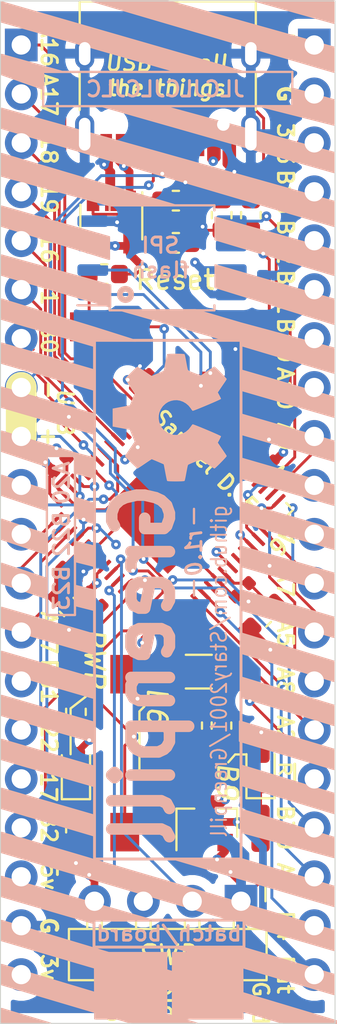
<source format=kicad_pcb>
(kicad_pcb (version 20171130) (host pcbnew 5.1.6-c6e7f7d~87~ubuntu18.04.1)
  (layers (0 F.Cu signal hide) (1 In1.Cu signal hide) (2 In2.Cu signal hide) (31 B.Cu signal) (34 B.Paste user) (35 F.Paste user hide) (36 B.SilkS user) (37 F.SilkS user hide) (38 B.Mask user) (39 F.Mask user hide) (44 Edge.Cuts user))
  (net 0 "")
  (net 1 +3V3)
  (net 2 GND)
  (net 3 /vsw)
  (net 4 +1V2)
  (net 5 +5V)
  (net 6 /pa00)
  (net 7 /pa01)
  (net 8 /pa02)
  (net 9 /pa03)
  (net 10 /pb08)
  (net 11 /pb09)
  (net 12 /pa04)
  (net 13 /pa05)
  (net 14 /pa06)
  (net 15 /pa07)
  (net 16 /pa08)
  (net 17 /pa09)
  (net 18 /pa10)
  (net 19 /pa11)
  (net 20 /pb10)
  (net 21 /pb11)
  (net 22 /pa12)
  (net 23 /pa13)
  (net 24 /pa14)
  (net 25 /pa15)
  (net 26 /pa16)
  (net 27 /pa17)
  (net 28 /pa18)
  (net 29 /pa19)
  (net 30 /pa20)
  (net 31 /pa21)
  (net 32 /pa22)
  (net 33 /pa23)
  (net 34 /pa24)
  (net 35 /pa25)
  (net 36 /pb22)
  (net 37 /pb23)
  (net 38 /pa27)
  (net 39 /!reset)
  (net 40 /pa30)
  (net 41 /pa31)
  (net 42 /pb02)
  (net 43 /pb03)
  (net 44 "Net-(J5-PadB8)")
  (net 45 "Net-(J5-PadA8)")
  (net 46 "Net-(U2-Pad4)")
  (net 47 /cc1)
  (net 48 /cc2)
  (net 49 "Net-(D1-Pad1)")
  (net 50 "Net-(D2-Pad1)")
  (net 51 /vb)
  (net 52 /pb01)
  (net 53 /pb00)
  (net 54 /pb31)
  (net 55 /pb30)
  (net 56 /pb17)
  (net 57 /pb16)
  (net 58 /pb15)
  (net 59 /pb14)
  (net 60 /pb13)
  (net 61 /pb12)
  (net 62 /pb07)
  (net 63 /pb06)
  (net 64 /pb05)
  (net 65 /pb04)
  (net 66 "Net-(C13-Pad2)")
  (module Symbol:OSHW-Symbol_6.7x6mm_SilkScreen (layer B.Cu) (at 135.75 93.5 270)
    (fp_text reference REF** hide)
    (fp_text value OSHW-Symbol_6.7x6mm_SilkScreen hide)
  )
  (module greenpill:PTS636 (layer F.Cu) (at 135.6508 88.7984)
    (fp_text reference SW1 hide)
    (fp_text value SW_Push)
    (pad 2 smd rect (at 4.1 0) (size 2 1.5) (layers F.Cu F.Paste F.Mask) (net 2 GND))
    (pad 1 smd rect (at -4.1 0) (size 2 1.5) (layers F.Cu F.Paste F.Mask) (net 39 /!reset))
  )
  (module greenpill:PTS636 (layer F.Cu) (at 133.4008 110.9324 90)
    (fp_text reference SW2 hide)
    (fp_text value SW_Push)
    (pad 2 smd rect (at 4.1 0 90) (size 2 1.5) (layers F.Cu F.Paste F.Mask) (net 2 GND))
    (pad 1 smd rect (at -4.1 0 90) (size 2 1.5) (layers F.Cu F.Paste F.Mask) (net 63 /pb06))
  )
  (module Capacitor_SMD:C_0402_1005Metric (layer F.Cu) (at 139.509453 102.450947 45)
    (fp_text reference C13 hide)
    (fp_text value 100n)
    (pad 2 smd roundrect (at 0.485 0 45) (size 0.59 0.64) (layers F.Cu F.Paste F.Mask) (net 66 "Net-(C13-Pad2)"))
    (pad 1 smd roundrect (at -0.485 0 45) (size 0.59 0.64) (layers F.Cu F.Paste F.Mask) (net 2 GND))
  )
  (module Connector_PinHeader_2.54mm:PinHeader_1x20_P2.54mm_Vertical (layer F.Cu) (at 143.256 74.168)
    (fp_text reference J2 hide)
    (fp_text value Conn_01x20_Male)
    (pad 1 thru_hole rect (at 0 0) (size 1.7 1.7) (drill 1) (layers *.Cu *.Mask) (net 5 +5V))
    (pad 2 thru_hole oval (at 0 2.54) (size 1.7 1.7) (drill 1) (layers *.Cu *.Mask) (net 2 GND))
    (pad 3 thru_hole oval (at 0 5.08) (size 1.7 1.7) (drill 1) (layers *.Cu *.Mask) (net 1 +3V3))
    (pad 4 thru_hole oval (at 0 7.62) (size 1.7 1.7) (drill 1) (layers *.Cu *.Mask) (net 60 /pb13))
    (pad 5 thru_hole oval (at 0 10.16) (size 1.7 1.7) (drill 1) (layers *.Cu *.Mask) (net 61 /pb12))
    (pad 6 thru_hole oval (at 0 12.7) (size 1.7 1.7) (drill 1) (layers *.Cu *.Mask) (net 21 /pb11))
    (pad 7 thru_hole oval (at 0 15.24) (size 1.7 1.7) (drill 1) (layers *.Cu *.Mask) (net 20 /pb10))
    (pad 8 thru_hole oval (at 0 17.78) (size 1.7 1.7) (drill 1) (layers *.Cu *.Mask) (net 18 /pa10))
    (pad 9 thru_hole oval (at 0 20.32) (size 1.7 1.7) (drill 1) (layers *.Cu *.Mask) (net 17 /pa09))
    (pad 10 thru_hole oval (at 0 22.86) (size 1.7 1.7) (drill 1) (layers *.Cu *.Mask) (net 12 /pa04))
    (pad 11 thru_hole oval (at 0 25.4) (size 1.7 1.7) (drill 1) (layers *.Cu *.Mask) (net 14 /pa06))
    (pad 12 thru_hole oval (at 0 27.94) (size 1.7 1.7) (drill 1) (layers *.Cu *.Mask) (net 15 /pa07))
    (pad 13 thru_hole oval (at 0 30.48) (size 1.7 1.7) (drill 1) (layers *.Cu *.Mask) (net 13 /pa05))
    (pad 14 thru_hole oval (at 0 33.02) (size 1.7 1.7) (drill 1) (layers *.Cu *.Mask) (net 16 /pa08))
    (pad 15 thru_hole oval (at 0 35.56) (size 1.7 1.7) (drill 1) (layers *.Cu *.Mask) (net 8 /pa02))
    (pad 16 thru_hole oval (at 0 38.1) (size 1.7 1.7) (drill 1) (layers *.Cu *.Mask) (net 39 /!reset))
    (pad 17 thru_hole oval (at 0 40.64) (size 1.7 1.7) (drill 1) (layers *.Cu *.Mask) (net 55 /pb30))
    (pad 18 thru_hole oval (at 0 43.18) (size 1.7 1.7) (drill 1) (layers *.Cu *.Mask) (net 9 /pa03))
    (pad 19 thru_hole oval (at 0 45.72) (size 1.7 1.7) (drill 1) (layers *.Cu *.Mask) (net 65 /pb04))
    (pad 20 thru_hole oval (at 0 48.26) (size 1.7 1.7) (drill 1) (layers *.Cu *.Mask) (net 51 /vb))
  )
  (module Resistor_SMD:R_0603_1608Metric_Pad1.05x0.95mm_HandSolder (layer F.Cu) (at 140.521918 103.876882 45)
    (fp_text reference FB1 hide)
    (fp_text value Ferrite_Bead_Small)
    (pad 2 smd roundrect (at 0.875 0 45) (size 1.05 0.95) (layers F.Cu F.Paste F.Mask) (net 66 "Net-(C13-Pad2)"))
    (pad 1 smd roundrect (at -0.875 0 45) (size 1.05 0.95) (layers F.Cu F.Paste F.Mask) (net 1 +3V3))
  )
  (module Connector_PinHeader_2.54mm:PinHeader_1x04_P2.54mm_Horizontal (layer F.Cu) (at 139.446 118.618 270)
    (fp_text reference J3 hide)
    (fp_text value Conn_01x04_Male)
    (pad 1 thru_hole rect (at 0 0 270) (size 1.7 1.7) (drill 1) (layers *.Cu *.Mask) (net 2 GND))
    (pad 2 thru_hole oval (at 0 2.54 270) (size 1.7 1.7) (drill 1) (layers *.Cu *.Mask) (net 40 /pa30))
    (pad 3 thru_hole oval (at 0 5.08 270) (size 1.7 1.7) (drill 1) (layers *.Cu *.Mask) (net 41 /pa31))
    (pad 4 thru_hole oval (at 0 7.62 270) (size 1.7 1.7) (drill 1) (layers *.Cu *.Mask) (net 1 +3V3))
  )
  (module Package_SO:SOIC-8_5.23x5.23mm_P1.27mm (layer B.Cu) (at 135.338 85.217)
    (fp_text reference U3)
    (fp_text value S25FL064)
    (pad 8 smd roundrect (at 3.6 1.905) (size 1.6 0.6) (layers B.Cu B.Paste B.Mask) (net 1 +3V3))
    (pad 7 smd roundrect (at 3.6 0.635) (size 1.6 0.6) (layers B.Cu B.Paste B.Mask) (net 1 +3V3))
    (pad 6 smd roundrect (at 3.6 -0.635) (size 1.6 0.6) (layers B.Cu B.Paste B.Mask) (net 23 /pa13))
    (pad 5 smd roundrect (at 3.6 -1.905) (size 1.6 0.6) (layers B.Cu B.Paste B.Mask) (net 22 /pa12))
    (pad 4 smd roundrect (at -3.6 -1.905) (size 1.6 0.6) (layers B.Cu B.Paste B.Mask) (net 2 GND))
    (pad 3 smd roundrect (at -3.6 -0.635) (size 1.6 0.6) (layers B.Cu B.Paste B.Mask) (net 1 +3V3))
    (pad 2 smd roundrect (at -3.6 0.635) (size 1.6 0.6) (layers B.Cu B.Paste B.Mask) (net 25 /pa15))
    (pad 1 smd roundrect (at -3.6 1.905) (size 1.6 0.6) (layers B.Cu B.Paste B.Mask) (net 24 /pa14))
  )
  (module Package_DFN_QFN:QFN-64-1EP_9x9mm_P0.5mm_EP4.7x4.7mm (layer F.Cu) (at 135.636 98.298 135)
    (fp_text reference U1 hide)
    (fp_text value ATSAMD51J20A-M)
    (pad 1 smd roundrect (at -4.4125 -3.75 135) (size 0.875 0.2) (layers F.Cu F.Paste F.Mask) (net 6 /pa00))
    (pad 2 smd roundrect (at -4.4125 -3.25 135) (size 0.875 0.2) (layers F.Cu F.Paste F.Mask) (net 7 /pa01))
    (pad 3 smd roundrect (at -4.4125 -2.75 135) (size 0.875 0.2) (layers F.Cu F.Paste F.Mask) (net 8 /pa02))
    (pad 4 smd roundrect (at -4.4125 -2.25 135) (size 0.875 0.2) (layers F.Cu F.Paste F.Mask) (net 9 /pa03))
    (pad 5 smd roundrect (at -4.4125 -1.75 135) (size 0.875 0.2) (layers F.Cu F.Paste F.Mask) (net 65 /pb04))
    (pad 6 smd roundrect (at -4.4125 -1.25 135) (size 0.875 0.2) (layers F.Cu F.Paste F.Mask) (net 64 /pb05))
    (pad 7 smd roundrect (at -4.4125 -0.75 135) (size 0.875 0.2) (layers F.Cu F.Paste F.Mask) (net 2 GND))
    (pad 8 smd roundrect (at -4.4125 -0.25 135) (size 0.875 0.2) (layers F.Cu F.Paste F.Mask) (net 66 "Net-(C13-Pad2)"))
    (pad 9 smd roundrect (at -4.4125 0.25 135) (size 0.875 0.2) (layers F.Cu F.Paste F.Mask) (net 63 /pb06))
    (pad 10 smd roundrect (at -4.4125 0.75 135) (size 0.875 0.2) (layers F.Cu F.Paste F.Mask) (net 62 /pb07))
    (pad 11 smd roundrect (at -4.4125 1.25 135) (size 0.875 0.2) (layers F.Cu F.Paste F.Mask) (net 10 /pb08))
    (pad 12 smd roundrect (at -4.4125 1.75 135) (size 0.875 0.2) (layers F.Cu F.Paste F.Mask) (net 11 /pb09))
    (pad 13 smd roundrect (at -4.4125 2.25 135) (size 0.875 0.2) (layers F.Cu F.Paste F.Mask) (net 12 /pa04))
    (pad 14 smd roundrect (at -4.4125 2.75 135) (size 0.875 0.2) (layers F.Cu F.Paste F.Mask) (net 13 /pa05))
    (pad 15 smd roundrect (at -4.4125 3.25 135) (size 0.875 0.2) (layers F.Cu F.Paste F.Mask) (net 14 /pa06))
    (pad 16 smd roundrect (at -4.4125 3.75 135) (size 0.875 0.2) (layers F.Cu F.Paste F.Mask) (net 15 /pa07))
    (pad 17 smd roundrect (at -3.75 4.4125 135) (size 0.2 0.875) (layers F.Cu F.Paste F.Mask) (net 16 /pa08))
    (pad 18 smd roundrect (at -3.25 4.4125 135) (size 0.2 0.875) (layers F.Cu F.Paste F.Mask) (net 17 /pa09))
    (pad 19 smd roundrect (at -2.75 4.4125 135) (size 0.2 0.875) (layers F.Cu F.Paste F.Mask) (net 18 /pa10))
    (pad 20 smd roundrect (at -2.25 4.4125 135) (size 0.2 0.875) (layers F.Cu F.Paste F.Mask) (net 19 /pa11))
    (pad 21 smd roundrect (at -1.75 4.4125 135) (size 0.2 0.875) (layers F.Cu F.Paste F.Mask) (net 1 +3V3))
    (pad 22 smd roundrect (at -1.25 4.4125 135) (size 0.2 0.875) (layers F.Cu F.Paste F.Mask) (net 2 GND))
    (pad 23 smd roundrect (at -0.75 4.4125 135) (size 0.2 0.875) (layers F.Cu F.Paste F.Mask) (net 20 /pb10))
    (pad 24 smd roundrect (at -0.25 4.4125 135) (size 0.2 0.875) (layers F.Cu F.Paste F.Mask) (net 21 /pb11))
    (pad 25 smd roundrect (at 0.25 4.4125 135) (size 0.2 0.875) (layers F.Cu F.Paste F.Mask) (net 61 /pb12))
    (pad 26 smd roundrect (at 0.75 4.4125 135) (size 0.2 0.875) (layers F.Cu F.Paste F.Mask) (net 60 /pb13))
    (pad 27 smd roundrect (at 1.25 4.4125 135) (size 0.2 0.875) (layers F.Cu F.Paste F.Mask) (net 59 /pb14))
    (pad 28 smd roundrect (at 1.75 4.4125 135) (size 0.2 0.875) (layers F.Cu F.Paste F.Mask) (net 58 /pb15))
    (pad 29 smd roundrect (at 2.25 4.4125 135) (size 0.2 0.875) (layers F.Cu F.Paste F.Mask) (net 22 /pa12))
    (pad 30 smd roundrect (at 2.75 4.4125 135) (size 0.2 0.875) (layers F.Cu F.Paste F.Mask) (net 23 /pa13))
    (pad 31 smd roundrect (at 3.25 4.4125 135) (size 0.2 0.875) (layers F.Cu F.Paste F.Mask) (net 24 /pa14))
    (pad 32 smd roundrect (at 3.75 4.4125 135) (size 0.2 0.875) (layers F.Cu F.Paste F.Mask) (net 25 /pa15))
    (pad 33 smd roundrect (at 4.4125 3.75 135) (size 0.875 0.2) (layers F.Cu F.Paste F.Mask) (net 2 GND))
    (pad 34 smd roundrect (at 4.4125 3.25 135) (size 0.875 0.2) (layers F.Cu F.Paste F.Mask) (net 1 +3V3))
    (pad 35 smd roundrect (at 4.4125 2.75 135) (size 0.875 0.2) (layers F.Cu F.Paste F.Mask) (net 26 /pa16))
    (pad 36 smd roundrect (at 4.4125 2.25 135) (size 0.875 0.2) (layers F.Cu F.Paste F.Mask) (net 27 /pa17))
    (pad 37 smd roundrect (at 4.4125 1.75 135) (size 0.875 0.2) (layers F.Cu F.Paste F.Mask) (net 28 /pa18))
    (pad 38 smd roundrect (at 4.4125 1.25 135) (size 0.875 0.2) (layers F.Cu F.Paste F.Mask) (net 29 /pa19))
    (pad 39 smd roundrect (at 4.4125 0.75 135) (size 0.875 0.2) (layers F.Cu F.Paste F.Mask) (net 57 /pb16))
    (pad 40 smd roundrect (at 4.4125 0.25 135) (size 0.875 0.2) (layers F.Cu F.Paste F.Mask) (net 56 /pb17))
    (pad 41 smd roundrect (at 4.4125 -0.25 135) (size 0.875 0.2) (layers F.Cu F.Paste F.Mask) (net 30 /pa20))
    (pad 42 smd roundrect (at 4.4125 -0.75 135) (size 0.875 0.2) (layers F.Cu F.Paste F.Mask) (net 31 /pa21))
    (pad 43 smd roundrect (at 4.4125 -1.25 135) (size 0.875 0.2) (layers F.Cu F.Paste F.Mask) (net 32 /pa22))
    (pad 44 smd roundrect (at 4.4125 -1.75 135) (size 0.875 0.2) (layers F.Cu F.Paste F.Mask) (net 33 /pa23))
    (pad 45 smd roundrect (at 4.4125 -2.25 135) (size 0.875 0.2) (layers F.Cu F.Paste F.Mask) (net 34 /pa24))
    (pad 46 smd roundrect (at 4.4125 -2.75 135) (size 0.875 0.2) (layers F.Cu F.Paste F.Mask) (net 35 /pa25))
    (pad 47 smd roundrect (at 4.4125 -3.25 135) (size 0.875 0.2) (layers F.Cu F.Paste F.Mask) (net 2 GND))
    (pad 48 smd roundrect (at 4.4125 -3.75 135) (size 0.875 0.2) (layers F.Cu F.Paste F.Mask) (net 1 +3V3))
    (pad 49 smd roundrect (at 3.75 -4.4125 135) (size 0.2 0.875) (layers F.Cu F.Paste F.Mask) (net 36 /pb22))
    (pad 50 smd roundrect (at 3.25 -4.4125 135) (size 0.2 0.875) (layers F.Cu F.Paste F.Mask) (net 37 /pb23))
    (pad 51 smd roundrect (at 2.75 -4.4125 135) (size 0.2 0.875) (layers F.Cu F.Paste F.Mask) (net 38 /pa27))
    (pad 52 smd roundrect (at 2.25 -4.4125 135) (size 0.2 0.875) (layers F.Cu F.Paste F.Mask) (net 39 /!reset))
    (pad 53 smd roundrect (at 1.75 -4.4125 135) (size 0.2 0.875) (layers F.Cu F.Paste F.Mask) (net 4 +1V2))
    (pad 54 smd roundrect (at 1.25 -4.4125 135) (size 0.2 0.875) (layers F.Cu F.Paste F.Mask) (net 2 GND))
    (pad 55 smd roundrect (at 0.75 -4.4125 135) (size 0.2 0.875) (layers F.Cu F.Paste F.Mask) (net 3 /vsw))
    (pad 56 smd roundrect (at 0.25 -4.4125 135) (size 0.2 0.875) (layers F.Cu F.Paste F.Mask) (net 1 +3V3))
    (pad 57 smd roundrect (at -0.25 -4.4125 135) (size 0.2 0.875) (layers F.Cu F.Paste F.Mask) (net 40 /pa30))
    (pad 58 smd roundrect (at -0.75 -4.4125 135) (size 0.2 0.875) (layers F.Cu F.Paste F.Mask) (net 41 /pa31))
    (pad 59 smd roundrect (at -1.25 -4.4125 135) (size 0.2 0.875) (layers F.Cu F.Paste F.Mask) (net 55 /pb30))
    (pad 60 smd roundrect (at -1.75 -4.4125 135) (size 0.2 0.875) (layers F.Cu F.Paste F.Mask) (net 54 /pb31))
    (pad 61 smd roundrect (at -2.25 -4.4125 135) (size 0.2 0.875) (layers F.Cu F.Paste F.Mask) (net 53 /pb00))
    (pad 62 smd roundrect (at -2.75 -4.4125 135) (size 0.2 0.875) (layers F.Cu F.Paste F.Mask) (net 52 /pb01))
    (pad 63 smd roundrect (at -3.25 -4.4125 135) (size 0.2 0.875) (layers F.Cu F.Paste F.Mask) (net 42 /pb02))
    (pad 64 smd roundrect (at -3.75 -4.4125 135) (size 0.2 0.875) (layers F.Cu F.Paste F.Mask) (net 43 /pb03))
    (pad 65 smd rect (at 0 0 135) (size 4.7 4.7) (layers F.Cu F.Mask) (net 2 GND))
  )
  (module Capacitor_SMD:C_0603_1608Metric (layer F.Cu) (at 130.493153 103.343153 315)
    (fp_text reference C5)
    (fp_text value 4.7u)
    (pad 2 smd roundrect (at 0.7875 0 315) (size 0.875 0.95) (layers F.Cu F.Paste F.Mask) (net 2 GND))
    (pad 1 smd roundrect (at -0.7875 0 315) (size 0.875 0.95) (layers F.Cu F.Paste F.Mask) (net 4 +1V2))
  )
  (module Connector_USB:USB_C_Receptacle_XKB_U262-16XN-4BVC11 (layer F.Cu) (at 135.636 75.692 180)
    (fp_text reference J5 hide)
    (fp_text value USB_C_Receptacle_USB2.0)
    (pad S1 thru_hole oval (at -4.32 -3.105 180) (size 1 2.1) (drill oval 0.6 1.7) (layers *.Cu *.Mask) (net 2 GND))
    (pad S1 thru_hole oval (at 4.32 -3.105 180) (size 1 2.1) (drill oval 0.6 1.7) (layers *.Cu *.Mask) (net 2 GND))
    (pad S1 thru_hole oval (at -4.32 1.075 180) (size 1 1.6) (drill oval 0.6 1.2) (layers *.Cu *.Mask) (net 2 GND))
    (pad S1 thru_hole oval (at 4.32 1.075 180) (size 1 1.6) (drill oval 0.6 1.2) (layers *.Cu *.Mask) (net 2 GND))
    (pad "" np_thru_hole circle (at 2.89 -2.605 180) (size 0.65 0.65) (drill 0.65) (layers *.Cu *.Mask))
    (pad "" np_thru_hole circle (at -2.89 -2.605 180) (size 0.65 0.65) (drill 0.65) (layers *.Cu *.Mask))
    (pad B1 smd rect (at 3.05 -3.67 180) (size 0.3 1.15) (layers F.Cu F.Paste F.Mask) (net 2 GND))
    (pad B4 smd rect (at 2.25 -3.67 180) (size 0.3 1.15) (layers F.Cu F.Paste F.Mask) (net 5 +5V))
    (pad B5 smd rect (at 1.75 -3.67 180) (size 0.3 1.15) (layers F.Cu F.Paste F.Mask) (net 48 /cc2))
    (pad A8 smd rect (at 1.25 -3.67 180) (size 0.3 1.15) (layers F.Cu F.Paste F.Mask) (net 45 "Net-(J5-PadA8)"))
    (pad B6 smd rect (at 0.75 -3.67 180) (size 0.3 1.15) (layers F.Cu F.Paste F.Mask) (net 35 /pa25))
    (pad A7 smd rect (at 0.25 -3.67 180) (size 0.3 1.15) (layers F.Cu F.Paste F.Mask) (net 34 /pa24))
    (pad A6 smd rect (at -0.25 -3.67 180) (size 0.3 1.15) (layers F.Cu F.Paste F.Mask) (net 35 /pa25))
    (pad B7 smd rect (at -0.75 -3.67 180) (size 0.3 1.15) (layers F.Cu F.Paste F.Mask) (net 34 /pa24))
    (pad A5 smd rect (at -1.25 -3.67 180) (size 0.3 1.15) (layers F.Cu F.Paste F.Mask) (net 47 /cc1))
    (pad B8 smd rect (at -1.75 -3.67 180) (size 0.3 1.15) (layers F.Cu F.Paste F.Mask) (net 44 "Net-(J5-PadB8)"))
    (pad A4 smd rect (at -2.55 -3.67 180) (size 0.3 1.15) (layers F.Cu F.Paste F.Mask) (net 5 +5V))
    (pad A1 smd rect (at -3.35 -3.67 180) (size 0.3 1.15) (layers F.Cu F.Paste F.Mask) (net 2 GND))
    (pad B12 smd rect (at -3.05 -3.67 180) (size 0.3 1.15) (layers F.Cu F.Paste F.Mask) (net 2 GND))
    (pad B9 smd rect (at -2.25 -3.67 180) (size 0.3 1.15) (layers F.Cu F.Paste F.Mask) (net 5 +5V))
    (pad A9 smd rect (at 2.55 -3.67 180) (size 0.3 1.15) (layers F.Cu F.Paste F.Mask) (net 5 +5V))
    (pad A12 smd rect (at 3.35 -3.67 180) (size 0.3 1.15) (layers F.Cu F.Paste F.Mask) (net 2 GND))
  )
  (module Capacitor_SMD:C_0603_1608Metric (layer F.Cu) (at 136.0575 84.44)
    (fp_text reference C8)
    (fp_text value 10u)
    (pad 2 smd roundrect (at 0.7875 0) (size 0.875 0.95) (layers F.Cu F.Paste F.Mask) (net 2 GND))
    (pad 1 smd roundrect (at -0.7875 0) (size 0.875 0.95) (layers F.Cu F.Paste F.Mask) (net 1 +3V3))
  )
  (module Connector_PinHeader_2.54mm:PinHeader_1x20_P2.54mm_Vertical (layer F.Cu) (at 128.016 74.168)
    (fp_text reference J1 hide)
    (fp_text value Conn_01x20_Male)
    (pad 20 thru_hole oval (at 0 48.26) (size 1.7 1.7) (drill 1) (layers *.Cu *.Mask) (net 1 +3V3))
    (pad 19 thru_hole oval (at 0 45.72) (size 1.7 1.7) (drill 1) (layers *.Cu *.Mask) (net 2 GND))
    (pad 18 thru_hole oval (at 0 43.18) (size 1.7 1.7) (drill 1) (layers *.Cu *.Mask) (net 5 +5V))
    (pad 17 thru_hole oval (at 0 40.64) (size 1.7 1.7) (drill 1) (layers *.Cu *.Mask) (net 42 /pb02))
    (pad 16 thru_hole oval (at 0 38.1) (size 1.7 1.7) (drill 1) (layers *.Cu *.Mask) (net 56 /pb17))
    (pad 15 thru_hole oval (at 0 35.56) (size 1.7 1.7) (drill 1) (layers *.Cu *.Mask) (net 32 /pa22))
    (pad 14 thru_hole oval (at 0 33.02) (size 1.7 1.7) (drill 1) (layers *.Cu *.Mask) (net 54 /pb31))
    (pad 13 thru_hole oval (at 0 30.48) (size 1.7 1.7) (drill 1) (layers *.Cu *.Mask) (net 38 /pa27))
    (pad 12 thru_hole oval (at 0 27.94) (size 1.7 1.7) (drill 1) (layers *.Cu *.Mask) (net 37 /pb23))
    (pad 11 thru_hole oval (at 0 25.4) (size 1.7 1.7) (drill 1) (layers *.Cu *.Mask) (net 36 /pb22))
    (pad 10 thru_hole oval (at 0 22.86) (size 1.7 1.7) (drill 1) (layers *.Cu *.Mask) (net 30 /pa20))
    (pad 9 thru_hole oval (at 0 20.32) (size 1.7 1.7) (drill 1) (layers *.Cu *.Mask) (net 35 /pa25))
    (pad 8 thru_hole oval (at 0 17.78) (size 1.7 1.7) (drill 1) (layers *.Cu *.Mask) (net 34 /pa24))
    (pad 7 thru_hole oval (at 0 15.24) (size 1.7 1.7) (drill 1) (layers *.Cu *.Mask) (net 53 /pb00))
    (pad 6 thru_hole oval (at 0 12.7) (size 1.7 1.7) (drill 1) (layers *.Cu *.Mask) (net 52 /pb01))
    (pad 5 thru_hole oval (at 0 10.16) (size 1.7 1.7) (drill 1) (layers *.Cu *.Mask) (net 57 /pb16))
    (pad 4 thru_hole oval (at 0 7.62) (size 1.7 1.7) (drill 1) (layers *.Cu *.Mask) (net 29 /pa19))
    (pad 3 thru_hole oval (at 0 5.08) (size 1.7 1.7) (drill 1) (layers *.Cu *.Mask) (net 28 /pa18))
    (pad 2 thru_hole oval (at 0 2.54) (size 1.7 1.7) (drill 1) (layers *.Cu *.Mask) (net 27 /pa17))
    (pad 1 thru_hole rect (at 0 0) (size 1.7 1.7) (drill 1) (layers *.Cu *.Mask) (net 26 /pa16))
  )
  (module Crystal:Crystal_SMD_3215-2Pin_3.2x1.5mm (layer F.Cu) (at 137.25 106.7 180)
    (fp_text reference Y1)
    (fp_text value Crystal_GND23)
    (pad 2 smd rect (at -1.25 0 180) (size 1 1.8) (layers F.Cu F.Paste F.Mask) (net 7 /pa01))
    (pad 1 smd rect (at 1.25 0 180) (size 1 1.8) (layers F.Cu F.Paste F.Mask) (net 6 /pa00))
  )
  (module Capacitor_SMD:C_0603_1608Metric (layer F.Cu) (at 138.43 109.4995 270)
    (fp_text reference C12)
    (fp_text value 12p)
    (pad 2 smd roundrect (at 0.7875 0 270) (size 0.875 0.95) (layers F.Cu F.Paste F.Mask) (net 2 GND))
    (pad 1 smd roundrect (at -0.7875 0 270) (size 0.875 0.95) (layers F.Cu F.Paste F.Mask) (net 7 /pa01))
  )
  (module Capacitor_SMD:C_0603_1608Metric (layer F.Cu) (at 136.906 109.4995 270)
    (fp_text reference C11)
    (fp_text value 12p)
    (pad 2 smd roundrect (at 0.7875 0 270) (size 0.875 0.95) (layers F.Cu F.Paste F.Mask) (net 2 GND))
    (pad 1 smd roundrect (at -0.7875 0 270) (size 0.875 0.95) (layers F.Cu F.Paste F.Mask) (net 6 /pa00))
  )
  (module Package_TO_SOT_SMD:SOT-23 (layer F.Cu) (at 137.668 114.57 90)
    (fp_text reference D3)
    (fp_text value BAT54C)
    (pad 3 smd rect (at 1 0 90) (size 0.9 0.8) (layers F.Cu F.Paste F.Mask) (net 43 /pb03))
    (pad 2 smd rect (at -1 0.95 90) (size 0.9 0.8) (layers F.Cu F.Paste F.Mask) (net 1 +3V3))
    (pad 1 smd rect (at -1 -0.95 90) (size 0.9 0.8) (layers F.Cu F.Paste F.Mask) (net 51 /vb))
  )
  (module Resistor_SMD:R_0603_1608Metric (layer F.Cu) (at 130.8608 108.7883 90)
    (fp_text reference R6)
    (fp_text value 10k)
    (pad 1 smd roundrect (at -0.7875 0 90) (size 0.875 0.95) (layers F.Cu F.Paste F.Mask) (net 1 +3V3))
    (pad 2 smd roundrect (at 0.7875 0 90) (size 0.875 0.95) (layers F.Cu F.Paste F.Mask) (net 63 /pb06))
  )
  (module Resistor_SMD:R_0603_1608Metric (layer F.Cu) (at 132.334 86.06 180)
    (fp_text reference R5)
    (fp_text value 10k)
    (pad 2 smd roundrect (at 0.7875 0 180) (size 0.875 0.95) (layers F.Cu F.Paste F.Mask) (net 39 /!reset))
    (pad 1 smd roundrect (at -0.7875 0 180) (size 0.875 0.95) (layers F.Cu F.Paste F.Mask) (net 1 +3V3))
  )
  (module Capacitor_SMD:C_0402_1005Metric (layer B.Cu) (at 140.6017 86.6267 90)
    (fp_text reference C10)
    (fp_text value 100n)
    (pad 2 smd roundrect (at 0.485 0 90) (size 0.59 0.64) (layers B.Cu B.Paste B.Mask) (net 2 GND))
    (pad 1 smd roundrect (at -0.485 0 90) (size 0.59 0.64) (layers B.Cu B.Paste B.Mask) (net 1 +3V3))
  )
  (module Capacitor_SMD:C_0402_1005Metric (layer F.Cu) (at 137.165 112.2)
    (fp_text reference C9)
    (fp_text value 100n)
    (pad 2 smd roundrect (at 0.485 0) (size 0.59 0.64) (layers F.Cu F.Paste F.Mask) (net 43 /pb03))
    (pad 1 smd roundrect (at -0.485 0) (size 0.59 0.64) (layers F.Cu F.Paste F.Mask) (net 2 GND))
  )
  (module Resistor_SMD:R_0603_1608Metric (layer F.Cu) (at 140.462 114.8335 270)
    (fp_text reference R4)
    (fp_text value 60.4)
    (pad 1 smd roundrect (at -0.7875 0 270) (size 0.875 0.95) (layers F.Cu F.Paste F.Mask) (net 50 "Net-(D2-Pad1)"))
    (pad 2 smd roundrect (at 0.7875 0 270) (size 0.875 0.95) (layers F.Cu F.Paste F.Mask) (net 2 GND))
  )
  (module Resistor_SMD:R_0603_1608Metric (layer F.Cu) (at 130.8608 114.8843 270)
    (fp_text reference R3)
    (fp_text value 261)
    (pad 1 smd roundrect (at -0.7875 0 270) (size 0.875 0.95) (layers F.Cu F.Paste F.Mask) (net 49 "Net-(D1-Pad1)"))
    (pad 2 smd roundrect (at 0.7875 0 270) (size 0.875 0.95) (layers F.Cu F.Paste F.Mask) (net 2 GND))
  )
  (module LED_SMD:LED_0603_1608Metric (layer F.Cu) (at 140.462 111.7855 90)
    (fp_text reference D2)
    (fp_text value LED)
    (pad 1 smd roundrect (at -0.7875 0 90) (size 0.875 0.95) (layers F.Cu F.Paste F.Mask) (net 50 "Net-(D2-Pad1)"))
    (pad 2 smd roundrect (at 0.7875 0 90) (size 0.875 0.95) (layers F.Cu F.Paste F.Mask) (net 11 /pb09))
  )
  (module LED_SMD:LED_0603_1608Metric (layer F.Cu) (at 130.8608 111.8363 90)
    (fp_text reference D1)
    (fp_text value LED)
    (pad 2 smd roundrect (at 0.7875 0 90) (size 0.875 0.95) (layers F.Cu F.Paste F.Mask) (net 1 +3V3))
    (pad 1 smd roundrect (at -0.7875 0 90) (size 0.875 0.95) (layers F.Cu F.Paste F.Mask) (net 49 "Net-(D1-Pad1)"))
  )
  (module Resistor_SMD:R_0603_1608Metric (layer F.Cu) (at 139.96 83 270)
    (fp_text reference R2)
    (fp_text value 5.1k)
    (pad 2 smd roundrect (at 0.7875 0 270) (size 0.875 0.95) (layers F.Cu F.Paste F.Mask) (net 2 GND))
    (pad 1 smd roundrect (at -0.7875 0 270) (size 0.875 0.95) (layers F.Cu F.Paste F.Mask) (net 48 /cc2))
  )
  (module Resistor_SMD:R_0603_1608Metric (layer F.Cu) (at 138.44 82.9975 90)
    (fp_text reference R1)
    (fp_text value 5.1k)
    (pad 2 smd roundrect (at 0.7875 0 90) (size 0.875 0.95) (layers F.Cu F.Paste F.Mask) (net 47 /cc1))
    (pad 1 smd roundrect (at -0.7875 0 90) (size 0.875 0.95) (layers F.Cu F.Paste F.Mask) (net 2 GND))
  )
  (module Capacitor_SMD:C_0603_1608Metric (layer F.Cu) (at 136.0575 82.25)
    (fp_text reference C7)
    (fp_text value 10u)
    (pad 2 smd roundrect (at 0.7875 0) (size 0.875 0.95) (layers F.Cu F.Paste F.Mask) (net 2 GND))
    (pad 1 smd roundrect (at -0.7875 0) (size 0.875 0.95) (layers F.Cu F.Paste F.Mask) (net 5 +5V))
  )
  (module Package_TO_SOT_SMD:SOT-23-5 (layer F.Cu) (at 132.7 83.36 270)
    (fp_text reference U2)
    (fp_text value MIC5504-3.3YM5)
    (pad 1 smd rect (at -1.1 -0.95 270) (size 1.06 0.65) (layers F.Cu F.Paste F.Mask) (net 5 +5V))
    (pad 2 smd rect (at -1.1 0 270) (size 1.06 0.65) (layers F.Cu F.Paste F.Mask) (net 2 GND))
    (pad 3 smd rect (at -1.1 0.95 270) (size 1.06 0.65) (layers F.Cu F.Paste F.Mask) (net 5 +5V))
    (pad 4 smd rect (at 1.1 0.95 270) (size 1.06 0.65) (layers F.Cu F.Paste F.Mask) (net 46 "Net-(U2-Pad4)"))
    (pad 5 smd rect (at 1.1 -0.95 270) (size 1.06 0.65) (layers F.Cu F.Paste F.Mask) (net 1 +3V3))
  )
  (module Capacitor_SMD:C_0402_1005Metric (layer F.Cu) (at 140.75 95.45 135)
    (fp_text reference C6)
    (fp_text value 100n)
    (pad 2 smd roundrect (at 0.485 0 135) (size 0.59 0.64) (layers F.Cu F.Paste F.Mask) (net 2 GND))
    (pad 1 smd roundrect (at -0.485 0 135) (size 0.59 0.64) (layers F.Cu F.Paste F.Mask) (net 1 +3V3))
  )
  (module Capacitor_SMD:C_0402_1005Metric (layer F.Cu) (at 130.027053 95.972947 45)
    (fp_text reference C4)
    (fp_text value 100n)
    (pad 1 smd roundrect (at -0.485 0 45) (size 0.59 0.64) (layers F.Cu F.Paste F.Mask) (net 1 +3V3))
    (pad 2 smd roundrect (at 0.485 0 45) (size 0.59 0.64) (layers F.Cu F.Paste F.Mask) (net 2 GND))
  )
  (module Capacitor_SMD:C_0402_1005Metric (layer F.Cu) (at 130.5 101.65 315)
    (fp_text reference C3)
    (fp_text value 100n)
    (pad 2 smd roundrect (at 0.485 0 315) (size 0.59 0.64) (layers F.Cu F.Paste F.Mask) (net 2 GND))
    (pad 1 smd roundrect (at -0.485 0 315) (size 0.59 0.64) (layers F.Cu F.Paste F.Mask) (net 4 +1V2))
  )
  (module Capacitor_SMD:C_0402_1005Metric (layer F.Cu) (at 131.842947 102.942947 315)
    (fp_text reference C2)
    (fp_text value 100n)
    (pad 2 smd roundrect (at 0.485 0 315) (size 0.59 0.64) (layers F.Cu F.Paste F.Mask) (net 2 GND))
    (pad 1 smd roundrect (at -0.485 0 315) (size 0.59 0.64) (layers F.Cu F.Paste F.Mask) (net 1 +3V3))
  )
  (module Capacitor_SMD:C_0402_1005Metric (layer F.Cu) (at 134.33 91.65 45)
    (fp_text reference C1)
    (fp_text value 100n)
    (pad 1 smd roundrect (at -0.485 0 45) (size 0.59 0.64) (layers F.Cu F.Paste F.Mask) (net 1 +3V3))
    (pad 2 smd roundrect (at 0.485 0 45) (size 0.59 0.64) (layers F.Cu F.Paste F.Mask) (net 2 GND))
  )
  (gr_line (start 137 102.75) (end 137 102) (layer B.SilkS) (width 0.12))
  (gr_line (start 137 99) (end 137 98.25) (layer B.SilkS) (width 0.12))
  (gr_text r1.0 (at 137 100.5 90) (layer B.SilkS) (effects (font (size 0.8 0.8) (thickness 0.15) italic) (justify mirror)))
  (gr_poly (pts (xy 144.272 122.428) (xy 144.272 123.444) (xy 135.95 121) (xy 139.45 121)) (layer B.SilkS) (width 0.1))
  (gr_line (start 139.6 121) (end 139.6 119.6) (layer B.SilkS) (width 0.15))
  (gr_line (start 131.8 121) (end 139.6 121) (layer B.SilkS) (width 0.15))
  (gr_line (start 131.8 119.6) (end 131.8 121) (layer B.SilkS) (width 0.15))
  (gr_line (start 139.6 119.6) (end 131.8 119.6) (layer B.SilkS) (width 0.15))
  (gr_poly (pts (xy 139.530612 124.7119) (xy 135.896825 124.7119) (xy 135.9 121.3) (xy 139.517912 121.3)) (layer B.SilkS) (width 0.1))
  (gr_text batch/board (at 135.7 120.3) (layer B.SilkS) (effects (font (size 0.75 0.8)) (justify mirror)))
  (gr_poly (pts (xy 135.560825 124.7119) (xy 131.8556 124.7119) (xy 131.8429 121.3) (xy 135.567175 121.3)) (layer B.SilkS) (width 0.1))
  (gr_poly (pts (xy 131.826 114.173) (xy 131.826 115.2144) (xy 127 113.792) (xy 127 112.776)) (layer B.SilkS) (width 0.1))
  (gr_poly (pts (xy 139.446 116.4209) (xy 144.272 117.856) (xy 144.272 118.872) (xy 135.9408 116.4209)) (layer B.SilkS) (width 0.1))
  (gr_line (start 131.826 89.5) (end 131.826 116.427) (layer B.SilkS) (width 0.15))
  (gr_text Greenpill (at 134.366 96.607 90) (layer B.SilkS) (effects (font (size 3 2.8) (thickness 0.6)) (justify left mirror)))
  (gr_poly (pts (xy 130.175 75.565) (xy 129.159 75.565) (xy 129.159 76.454) (xy 127 75.692) (xy 127 74.676)) (layer B.SilkS) (width 0.1))
  (gr_poly (pts (xy 144.272 79.756) (xy 144.272 80.772) (xy 132.207 77.343) (xy 135.382 77.343)) (layer B.SilkS) (width 0.1))
  (gr_poly (pts (xy 139.573 75.565) (xy 136.144 75.565) (xy 127 72.9615) (xy 127 71.9455)) (layer B.SilkS) (width 0.1))
  (gr_poly (pts (xy 144.272 77.0255) (xy 144.272 78.3082) (xy 140.3985 77.3303) (xy 142.113 77.343) (xy 142.113 76.4286)) (layer B.SilkS) (width 0.1))
  (gr_text USB (at 130.302 93.218 270) (layer F.SilkS) (effects (font (size 0.8 0.8) (thickness 0.15) italic)))
  (gr_text SWD (at 135.636 121.412) (layer F.SilkS) (effects (font (size 1 1) (thickness 0.15) italic)))
  (gr_text "USB-C all\nthe things" (at 135.5725 75.7555) (layer F.SilkS) (effects (font (size 0.8 0.8) (thickness 0.15) italic)))
  (gr_text "Samuel D. 51" (at 137.8585 96.0755 315) (layer F.SilkS) (effects (font (size 0.8 0.75))))
  (gr_line (start 139.7254 110.998) (end 139.727 110.9855) (layer F.SilkS) (width 0.12))
  (gr_line (start 139.1412 110.998) (end 139.7254 110.998) (layer F.SilkS) (width 0.12))
  (gr_line (start 138.7856 111.4044) (end 139.1412 110.998) (layer F.SilkS) (width 0.12))
  (gr_line (start 134.1628 108.7628) (end 134.1628 112.1664) (layer F.SilkS) (width 0.12))
  (gr_line (start 134.4168 108.5088) (end 134.1628 108.7628) (layer F.SilkS) (width 0.12))
  (gr_text B9 (at 138.7348 112.4204 270) (layer F.SilkS) (effects (font (size 1 1) (thickness 0.15) italic)))
  (gr_line (start 130.583 108.6104) (end 131.3688 108.0008) (layer F.SilkS) (width 0.12))
  (gr_line (start 130.583 110.9855) (end 130.583 108.6104) (layer F.SilkS) (width 0.12))
  (gr_poly (pts (xy 131.826 111.633) (xy 131.826 112.649) (xy 127 111.252) (xy 127 110.236)) (layer B.SilkS) (width 0.1))
  (gr_poly (pts (xy 144.272 115.316) (xy 144.272 116.332) (xy 139.446 115.0239) (xy 139.446 114.427) (xy 139.446 113.8555)) (layer B.SilkS) (width 0.1))
  (gr_poly (pts (xy 131.826 109.347) (xy 131.826 110.363) (xy 127 108.966) (xy 127 107.95)) (layer B.SilkS) (width 0.1))
  (gr_poly (pts (xy 144.272 113.03) (xy 144.272 114.046) (xy 139.446 112.5855) (xy 139.446 111.5695)) (layer B.SilkS) (width 0.1))
  (gr_poly (pts (xy 131.826 107.061) (xy 131.826 108.077) (xy 127 106.68) (xy 127 105.664)) (layer B.SilkS) (width 0.1))
  (gr_poly (pts (xy 144.272 110.744) (xy 144.272 111.76) (xy 139.3825 110.2995) (xy 139.3825 109.2835)) (layer B.SilkS) (width 0.1))
  (gr_poly (pts (xy 131.826 104.775) (xy 131.826 105.791) (xy 127 104.394) (xy 127 103.378)) (layer B.SilkS) (width 0.1))
  (gr_poly (pts (xy 144.272 108.458) (xy 144.272 109.474) (xy 139.446 108.0135) (xy 139.446 106.9975)) (layer B.SilkS) (width 0.1))
  (gr_poly (pts (xy 131.826 102.489) (xy 131.826 103.505) (xy 130.81 103.251) (xy 130.81 102.235)) (layer B.SilkS) (width 0.1))
  (gr_poly (pts (xy 144.272 106.172) (xy 144.272 107.188) (xy 139.446 105.7275) (xy 139.446 104.7115)) (layer B.SilkS) (width 0.1))
  (gr_poly (pts (xy 131.826 100.203) (xy 131.826 101.219) (xy 130.81 100.965) (xy 130.81 99.949)) (layer B.SilkS) (width 0.1))
  (gr_poly (pts (xy 144.272 103.886) (xy 144.272 104.902) (xy 139.5095 103.505) (xy 139.5095 102.489)) (layer B.SilkS) (width 0.1))
  (gr_poly (pts (xy 131.826 97.9805) (xy 131.826 98.9965) (xy 130.81 98.679) (xy 130.81 97.663)) (layer B.SilkS) (width 0.1))
  (gr_poly (pts (xy 144.272 101.6) (xy 144.272 102.616) (xy 139.446 101.219) (xy 139.446 100.203)) (layer B.SilkS) (width 0.1))
  (gr_poly (pts (xy 131.826 95.631) (xy 131.826 96.647) (xy 130.8735 96.393) (xy 130.8735 95.377)) (layer B.SilkS) (width 0.1))
  (gr_poly (pts (xy 144.272 99.314) (xy 144.272 100.33) (xy 139.446 98.933) (xy 139.446 97.917)) (layer B.SilkS) (width 0.1))
  (gr_poly (pts (xy 131.826 93.345) (xy 131.826 94.361) (xy 127 92.964) (xy 127 91.948)) (layer B.SilkS) (width 0.1))
  (gr_poly (pts (xy 144.272 97.028) (xy 144.272 98.044) (xy 139.446 96.647) (xy 139.446 95.631)) (layer B.SilkS) (width 0.1))
  (gr_poly (pts (xy 131.826 91.059) (xy 131.826 92.075) (xy 127 90.678) (xy 127 89.662)) (layer B.SilkS) (width 0.1))
  (gr_poly (pts (xy 144.272 94.742) (xy 144.272 95.758) (xy 139.446 94.361) (xy 139.446 93.345)) (layer B.SilkS) (width 0.1))
  (gr_poly (pts (xy 131.8387 88.8492) (xy 133.975 89.525) (xy 131.8387 89.5) (xy 131.8387 89.8017) (xy 127 88.392) (xy 127 87.376)) (layer B.SilkS) (width 0.1))
  (gr_poly (pts (xy 144.272 92.456) (xy 144.272 93.472) (xy 139.446 92.075) (xy 139.446 91.059)) (layer B.SilkS) (width 0.1))
  (gr_poly (pts (xy 129.54 124.968) (xy 127 124.968) (xy 127 124.206)) (layer B.SilkS) (width 0.1))
  (gr_poly (pts (xy 137.16 124.968) (xy 133.858 124.968) (xy 127 122.936) (xy 127 121.92)) (layer B.SilkS) (width 0.1))
  (gr_poly (pts (xy 144.399 124.841) (xy 144.399 124.968) (xy 141.732 124.968) (xy 127 120.65) (xy 127 119.634)) (layer B.SilkS) (width 0.1))
  (gr_poly (pts (xy 134.8 119.6) (xy 131.8 119.6) (xy 131.8 119.758) (xy 127 118.364) (xy 127 117.348)) (layer B.SilkS) (width 0.1))
  (gr_poly (pts (xy 144.272 120.142) (xy 144.272 121.158) (xy 139.6 119.79472) (xy 139.6 119.6) (xy 138.975 119.6) (xy 127 116.078) (xy 127 115.062)) (layer B.SilkS) (width 0.1))
  (gr_poly (pts (xy 129.286 101.854) (xy 129.286 102.87) (xy 127 102.108) (xy 127 101.092)) (layer B.SilkS) (width 0.1))
  (gr_poly (pts (xy 129.286 99.568) (xy 129.286 100.584) (xy 127 99.822) (xy 127 98.806)) (layer B.SilkS) (width 0.1))
  (gr_poly (pts (xy 129.286 97.282) (xy 129.286 98.298) (xy 127 97.536) (xy 127 96.52)) (layer B.SilkS) (width 0.1))
  (gr_poly (pts (xy 129.454333 94.958229) (xy 130.8735 95.377) (xy 130.81 95.504) (xy 129.3495 95.504) (xy 129.286 96.012) (xy 127 95.25) (xy 127 94.234)) (layer B.SilkS) (width 0.1))
  (gr_poly (pts (xy 127.9525 124.968) (xy 127 124.968) (xy 127 124.714)) (layer B.SilkS) (width 0.1))
  (gr_line (start 139.446 116.427) (end 139.446 89.5) (layer B.SilkS) (width 0.15))
  (gr_line (start 131.826 116.427) (end 139.446 116.427) (layer B.SilkS) (width 0.15))
  (gr_line (start 139.446 89.5) (end 131.826 89.5) (layer B.SilkS) (width 0.15))
  (gr_text github.com/Stary2001/Greenpill (at 138.303 97.996 90) (layer B.SilkS) (effects (font (size 0.8 0.7) (thickness 0.1)) (justify left mirror)))
  (gr_line (start 130.81 95.504) (end 130.81 103.759) (layer B.SilkS) (width 0.12))
  (gr_line (start 129.3495 95.504) (end 130.81 95.504) (layer B.SilkS) (width 0.12))
  (gr_line (start 129.3495 103.759) (end 129.3495 95.504) (layer B.SilkS) (width 0.12))
  (gr_line (start 130.81 103.759) (end 129.3495 103.759) (layer B.SilkS) (width 0.12))
  (gr_poly (pts (xy 144.272 89.916) (xy 144.272 91.186) (xy 139.446 89.7509) (xy 139.446 89.5) (xy 138.7 89.5) (xy 133.25 87.95) (xy 137.075 87.925) (xy 139.446 88.6206)) (layer B.SilkS) (width 0.1))
  (gr_poly (pts (xy 144.272 87.376) (xy 144.272 88.646) (xy 138.1125 86.741) (xy 138.1125 85.598)) (layer B.SilkS) (width 0.1))
  (gr_poly (pts (xy 136.017 82.4865) (xy 132.613 82.492) (xy 127 80.9625) (xy 127 79.8195)) (layer B.SilkS) (width 0.1))
  (gr_poly (pts (xy 144.272 84.836) (xy 144.272 86.106) (xy 138.1125 84.2645) (xy 138.1125 83.1215)) (layer B.SilkS) (width 0.1))
  (gr_line (start 129.159 77.343) (end 129.159 75.692) (layer B.SilkS) (width 0.12))
  (gr_line (start 142.113 77.343) (end 129.159 77.343) (layer B.SilkS) (width 0.12))
  (gr_line (start 142.113 75.565) (end 142.113 77.343) (layer B.SilkS) (width 0.12))
  (gr_line (start 129.159 75.565) (end 142.113 75.565) (layer B.SilkS) (width 0.12))
  (gr_poly (pts (xy 144.272 73.025) (xy 140.208 71.882) (xy 144.272 71.882)) (layer B.SilkS) (width 0.1))
  (gr_poly (pts (xy 144.272 74.295) (xy 144.272 75.565) (xy 131.699 71.882) (xy 135.636 71.882)) (layer B.SilkS) (width 0.1))
  (gr_poly (pts (xy 132.6515 86.64575) (xy 132.6515 87.757) (xy 127 86.106) (xy 127 85.09)) (layer B.SilkS) (width 0.1))
  (gr_poly (pts (xy 132.588 84.1375) (xy 132.588 85.2805) (xy 127 83.566) (xy 127 82.55)) (layer B.SilkS) (width 0.1))
  (gr_poly (pts (xy 144.272 82.296) (xy 144.272 83.566) (xy 127 78.486) (xy 127 77.47)) (layer B.SilkS) (width 0.1))
  (gr_text "SPI\nflash" (at 135.255 85.217) (layer B.SilkS) (effects (font (size 0.8 0.8)) (justify mirror)))
  (gr_line (start 128.016 91.948) (end 128.016 94.488) (layer F.SilkS) (width 1.6))
  (gr_text JLCJLCJLCJLC (at 135.509 76.454) (layer B.SilkS) (effects (font (size 0.8 0.8)) (justify mirror)))
  (gr_text A16 (at 129.4595 74.2 270) (layer F.SilkS) (effects (font (size 0.8 0.8))))
  (gr_text A17 (at 129.4595 76.75 270) (layer F.SilkS) (effects (font (size 0.8 0.8))))
  (gr_text A18 (at 129.4595 79.25 270) (layer F.SilkS) (effects (font (size 0.8 0.8))))
  (gr_text A19 (at 129.4595 81.8 270) (layer F.SilkS) (effects (font (size 0.8 0.8))))
  (gr_text 3v3 (at 129.4595 122.428 270) (layer F.SilkS) (effects (font (size 0.8 0.8))))
  (gr_text G (at 129.452 119.888 270) (layer F.SilkS) (effects (font (size 0.8 0.8) (thickness 0.2))))
  (gr_text 5v (at 129.4595 117.348 270) (layer F.SilkS) (effects (font (size 0.8 0.8))))
  (gr_text B16 (at 129.4595 84.35 270) (layer F.SilkS) (effects (font (size 0.8 0.8))))
  (gr_text B1 (at 129.4595 86.9 270) (layer F.SilkS) (effects (font (size 0.8 0.8))))
  (gr_text B0 (at 129.4595 89.4 270) (layer F.SilkS) (effects (font (size 0.8 0.8))))
  (gr_text - (at 129.4765 92.075 270) (layer F.SilkS) (effects (font (size 0.8 0.8))))
  (gr_text + (at 129.4595 94.5 270) (layer F.SilkS) (effects (font (size 0.8 0.8))))
  (gr_text B23 (at 130.1115 102.362 90) (layer B.SilkS) (effects (font (size 0.8 0.8)) (justify mirror)))
  (gr_text B22 (at 130.1115 99.568 90) (layer B.SilkS) (effects (font (size 0.8 0.8)) (justify mirror)))
  (gr_text A20 (at 130.1115 96.901 90) (layer B.SilkS) (effects (font (size 0.8 0.8)) (justify mirror)))
  (gr_text B17 (at 129.4345 112.3 270) (layer F.SilkS) (effects (font (size 0.8 0.8))))
  (gr_text B31 (at 129.4595 107.2 270) (layer F.SilkS) (effects (font (size 0.8 0.8))))
  (gr_text A22 (at 129.4595 109.8 270) (layer F.SilkS) (effects (font (size 0.8 0.8))))
  (gr_text A27 (at 129.4545 104.69 270) (layer F.SilkS) (effects (font (size 0.8 0.8))))
  (gr_text B2 (at 129.4595 114.8 270) (layer F.SilkS) (effects (font (size 0.8 0.8))))
  (gr_text B4 (at 141.752 119.9 270) (layer F.SilkS) (effects (font (size 0.8 0.8))))
  (gr_text A3 (at 141.752 117.35 270) (layer F.SilkS) (effects (font (size 0.8 0.8))))
  (gr_text B30 (at 141.752 114.8 270) (layer F.SilkS) (effects (font (size 0.8 0.8))))
  (gr_line (start 142.24 111.5) (end 142.24 113.2) (layer F.SilkS) (width 0.15))
  (gr_text Rst (at 141.732 112.3 270) (layer F.SilkS) (effects (font (size 0.6 0.8) (thickness 0.125))))
  (gr_text A2 (at 141.752 109.7 270) (layer F.SilkS) (effects (font (size 0.8 0.8))))
  (gr_text A8 (at 141.752 107.2 270) (layer F.SilkS) (effects (font (size 0.8 0.8))))
  (gr_text A5 (at 141.752 104.7 270) (layer F.SilkS) (effects (font (size 0.8 0.8))))
  (gr_text A7 (at 141.752 102.1 270) (layer F.SilkS) (effects (font (size 0.8 0.8))))
  (gr_text A6 (at 141.605 99.949 225) (layer F.SilkS) (effects (font (size 0.8 0.8))))
  (gr_text A4 (at 141.605 96.647 315) (layer F.SilkS) (effects (font (size 0.8 0.8))))
  (gr_text A9 (at 141.752 94.5 270) (layer F.SilkS) (effects (font (size 0.8 0.8))))
  (gr_text A10 (at 141.752 92 270) (layer F.SilkS) (effects (font (size 0.8 0.8))))
  (gr_text B10 (at 141.752 89.5 270) (layer F.SilkS) (effects (font (size 0.8 0.8))))
  (gr_text B11 (at 141.752 87 270) (layer F.SilkS) (effects (font (size 0.8 0.8))))
  (gr_text B12 (at 141.752 84.4 270) (layer F.SilkS) (effects (font (size 0.8 0.8))))
  (gr_text B13 (at 141.752 81.8 270) (layer F.SilkS) (effects (font (size 0.8 0.8))))
  (gr_text Bat (at 141.752 122.428 270) (layer F.SilkS) (effects (font (size 0.8 0.8))))
  (gr_text 3v3 (at 141.752 79.3 270) (layer F.SilkS) (effects (font (size 0.8 0.8))))
  (gr_text G (at 141.7595 76.7 270) (layer F.SilkS) (effects (font (size 0.8 0.8) (thickness 0.2))))
  (gr_text 5v (at 141.752 74.2 270) (layer F.SilkS) (effects (font (size 0.8 0.8))))
  (gr_text Reset (at 136.017 86.36) (layer F.SilkS) (effects (font (size 1 1))))
  (gr_text 3v3 (at 132.842 122.682 270) (layer F.SilkS) (effects (font (size 0.8 0.8)) (justify left)))
  (gr_text DIO (at 135.382 122.682 270) (layer F.SilkS) (effects (font (size 0.8 0.8)) (justify left)))
  (gr_text Clk (at 137.922 122.682 270) (layer F.SilkS) (effects (font (size 0.8 0.8)) (justify left)))
  (gr_text Gnd (at 140.462 122.682 270) (layer F.SilkS) (effects (font (size 0.8 0.8)) (justify left)))
  (gr_text PWR (at 131.826 106.045 270) (layer F.SilkS) (effects (font (size 1 1) (thickness 0.15) italic)))
  (gr_text B6 (at 135.0772 108.5088 270) (layer F.SilkS) (effects (font (size 1 1) (thickness 0.15) italic)))
  (gr_line (start 126.9365 124.96) (end 126.9365 71.882) (layer Edge.Cuts) (width 0.05))
  (gr_line (start 144.3355 124.96) (end 126.9365 124.96) (layer Edge.Cuts) (width 0.05))
  (gr_line (start 144.3355 71.882) (end 144.3355 124.96) (layer Edge.Cuts) (width 0.05))
  (gr_line (start 126.9365 71.882) (end 144.3355 71.882) (layer Edge.Cuts) (width 0.05))
  (segment (start 141.058947 95.846947) (end 141.103053 95.846947) (width 0.15) (layer F.Cu) (net 1))
  (via (at 138.2 116.45) (size 0.5) (drill 0.2) (layers F.Cu B.Cu) (net 1))
  (segment (start 138.618 116.032) (end 138.2 116.45) (width 0.4) (layer F.Cu) (net 1))
  (segment (start 138.618 115.57) (end 138.618 116.032) (width 0.4) (layer F.Cu) (net 1))
  (via (at 131.55 117.25) (size 0.5) (drill 0.2) (layers F.Cu B.Cu) (net 1))
  (segment (start 131.826 117.526) (end 131.55 117.25) (width 0.4) (layer F.Cu) (net 1))
  (segment (start 131.826 118.618) (end 131.826 117.526) (width 0.4) (layer F.Cu) (net 1))
  (via (at 134.35 85.7) (size 0.5) (drill 0.2) (layers F.Cu B.Cu) (net 1))
  (segment (start 133.65 85) (end 134.35 85.7) (width 0.4) (layer F.Cu) (net 1))
  (segment (start 133.65 84.46) (end 133.65 85) (width 0.4) (layer F.Cu) (net 1))
  (segment (start 135.25 84.46) (end 135.27 84.44) (width 0.4) (layer F.Cu) (net 1))
  (segment (start 133.65 84.46) (end 135.25 84.46) (width 0.4) (layer F.Cu) (net 1))
  (segment (start 134.023053 92.036947) (end 134.023053 92.023053) (width 0.15) (layer F.Cu) (net 1))
  (segment (start 143.256 79.248) (end 142.552 79.248) (width 0.4) (layer F.Cu) (net 1))
  (via (at 132.9 84.6) (size 0.5) (drill 0.2) (layers F.Cu B.Cu) (net 1))
  (segment (start 132.882 84.582) (end 132.9 84.6) (width 0.4) (layer B.Cu) (net 1))
  (segment (start 131.738 84.582) (end 132.882 84.582) (width 0.4) (layer B.Cu) (net 1))
  (segment (start 133.51 84.6) (end 133.65 84.46) (width 0.4) (layer F.Cu) (net 1))
  (segment (start 132.9 84.6) (end 133.51 84.6) (width 0.4) (layer F.Cu) (net 1))
  (segment (start 137.452 85.852) (end 137.052 85.452) (width 0.4) (layer B.Cu) (net 1))
  (via (at 137.052 85.452) (size 0.5) (drill 0.2) (layers F.Cu B.Cu) (net 1))
  (segment (start 138.938 85.852) (end 137.452 85.852) (width 0.4) (layer B.Cu) (net 1))
  (segment (start 138.938 87.122) (end 137.922 87.122) (width 0.4) (layer B.Cu) (net 1))
  (segment (start 137.452 86.652) (end 137.452 85.852) (width 0.4) (layer B.Cu) (net 1))
  (segment (start 137.922 87.122) (end 137.452 86.652) (width 0.4) (layer B.Cu) (net 1))
  (via (at 131.95 102.1) (size 0.5) (drill 0.2) (layers F.Cu B.Cu) (net 1))
  (segment (start 132.339115 101.241332) (end 132.339115 101.260885) (width 0.15) (layer F.Cu) (net 1))
  (segment (start 131.5 102.55) (end 131.95 102.1) (width 0.4) (layer F.Cu) (net 1))
  (segment (start 131.5 102.6) (end 131.5 102.55) (width 0.4) (layer F.Cu) (net 1))
  (segment (start 131.95 101.630447) (end 132.339115 101.241332) (width 0.15) (layer F.Cu) (net 1))
  (via (at 129.269452 95.830557) (size 0.5) (drill 0.2) (layers F.Cu B.Cu) (net 1))
  (segment (start 129.705053 96.266158) (end 129.269452 95.830557) (width 0.4) (layer F.Cu) (net 1))
  (segment (start 129.705053 96.354947) (end 129.705053 96.266158) (width 0.4) (layer F.Cu) (net 1))
  (via (at 141.65 95.3) (size 0.5) (drill 0.2) (layers F.Cu B.Cu) (net 1))
  (segment (start 141.157053 95.792947) (end 141.65 95.3) (width 0.4) (layer F.Cu) (net 1))
  (segment (start 141.092947 95.792947) (end 141.157053 95.792947) (width 0.4) (layer F.Cu) (net 1))
  (segment (start 129.496457 97.461758) (end 129.864241 97.829542) (width 0.15) (layer F.Cu) (net 1))
  (segment (start 129.496457 96.563543) (end 129.496457 97.461758) (width 0.15) (layer F.Cu) (net 1))
  (segment (start 129.705053 96.354947) (end 129.496457 96.563543) (width 0.15) (layer F.Cu) (net 1))
  (segment (start 131.95 102.1) (end 131.95 101.630447) (width 0.15) (layer F.Cu) (net 1))
  (segment (start 140.615927 95.792947) (end 139.993546 96.415328) (width 0.15) (layer F.Cu) (net 1))
  (segment (start 141.092947 95.792947) (end 140.615927 95.792947) (width 0.15) (layer F.Cu) (net 1))
  (segment (start 134.023053 92.088859) (end 134.813988 92.879794) (width 0.15) (layer F.Cu) (net 1))
  (segment (start 134.023053 92.036947) (end 134.023053 92.088859) (width 0.15) (layer F.Cu) (net 1))
  (segment (start 133.99 86.06) (end 134.35 85.7) (width 0.15) (layer F.Cu) (net 1))
  (segment (start 133.1215 86.06) (end 133.99 86.06) (width 0.15) (layer F.Cu) (net 1))
  (segment (start 134.023053 92.023053) (end 133.55 91.55) (width 0.15) (layer F.Cu) (net 1))
  (via (at 133.55 91.55) (size 0.5) (drill 0.2) (layers F.Cu B.Cu) (net 1))
  (via (at 140.97 105.5624) (size 0.5) (drill 0.2) (layers F.Cu B.Cu) (net 1))
  (segment (start 139.9032 104.4956) (end 140.97 105.5624) (width 0.4) (layer F.Cu) (net 1))
  (via (at 131.550001 110.257999) (size 0.5) (drill 0.2) (layers F.Cu B.Cu) (net 1))
  (segment (start 130.8608 110.9472) (end 131.550001 110.257999) (width 0.35) (layer F.Cu) (net 1))
  (segment (start 130.8608 111.0488) (end 130.8608 110.9472) (width 0.35) (layer F.Cu) (net 1))
  (segment (start 131.550001 110.257999) (end 130.969202 109.6772) (width 0.35) (layer F.Cu) (net 1))
  (segment (start 138.938 87.122) (end 140.6652 87.122) (width 0.35) (layer B.Cu) (net 1))
  (segment (start 135.636 99.35866) (end 135.636 98.298) (width 0.15) (layer F.Cu) (net 2))
  (segment (start 138.225779 101.948439) (end 135.636 99.35866) (width 0.15) (layer F.Cu) (net 2))
  (segment (start 137.403767 98.298) (end 135.636 98.298) (width 0.15) (layer F.Cu) (net 2))
  (segment (start 139.639992 96.061775) (end 137.403767 98.298) (width 0.15) (layer F.Cu) (net 2))
  (segment (start 135.636 92.994699) (end 135.636 98.298) (width 0.15) (layer F.Cu) (net 2))
  (segment (start 135.167542 92.526241) (end 135.636 92.994699) (width 0.15) (layer F.Cu) (net 2))
  (segment (start 130.217794 97.475988) (end 130.225988 97.475988) (width 0.15) (layer F.Cu) (net 2))
  (segment (start 131.048 98.298) (end 135.636 98.298) (width 0.15) (layer F.Cu) (net 2))
  (segment (start 130.225988 97.475988) (end 131.048 98.298) (width 0.15) (layer F.Cu) (net 2))
  (segment (start 133.868233 98.298) (end 135.636 98.298) (width 0.15) (layer F.Cu) (net 2))
  (segment (start 131.632008 100.534225) (end 133.868233 98.298) (width 0.15) (layer F.Cu) (net 2))
  (via (at 140.9 94.65) (size 0.5) (drill 0.2) (layers F.Cu B.Cu) (net 2))
  (segment (start 140.373053 95.161053) (end 140.388947 95.161053) (width 0.15) (layer F.Cu) (net 2))
  (segment (start 134.701053 91.351053) (end 134.15 90.8) (width 0.15) (layer F.Cu) (net 2))
  (segment (start 134.708947 91.351053) (end 134.701053 91.351053) (width 0.15) (layer F.Cu) (net 2))
  (segment (start 140.462 117.602) (end 139.446 118.618) (width 0.15) (layer F.Cu) (net 2))
  (segment (start 140.462 115.621) (end 140.462 117.602) (width 0.15) (layer F.Cu) (net 2))
  (segment (start 139.446 117.646) (end 138.9 117.1) (width 0.4) (layer F.Cu) (net 2))
  (via (at 138.9 117.1) (size 0.5) (drill 0.2) (layers F.Cu B.Cu) (net 2))
  (segment (start 139.446 118.618) (end 139.446 117.646) (width 0.4) (layer F.Cu) (net 2))
  (via (at 137.45 83.6) (size 0.5) (drill 0.2) (layers F.Cu B.Cu) (net 2))
  (segment (start 137.405 83.555) (end 137.45 83.6) (width 0.4) (layer F.Cu) (net 2))
  (segment (start 136.845 83.555) (end 137.405 83.555) (width 0.4) (layer F.Cu) (net 2))
  (segment (start 136.845 82.25) (end 136.845 83.555) (width 0.4) (layer F.Cu) (net 2))
  (segment (start 136.845 83.555) (end 136.845 84.44) (width 0.4) (layer F.Cu) (net 2))
  (segment (start 137.6375 83.7875) (end 137.45 83.6) (width 0.15) (layer F.Cu) (net 2))
  (segment (start 139.96 83.7875) (end 137.6375 83.7875) (width 0.15) (layer F.Cu) (net 2))
  (segment (start 132.586 82.146) (end 132.586 79.362) (width 0.4) (layer F.Cu) (net 2))
  (segment (start 132.7 82.26) (end 132.586 82.146) (width 0.4) (layer F.Cu) (net 2))
  (segment (start 132.7 80.751) (end 132.7 82.26) (width 0.4) (layer F.Cu) (net 2))
  (segment (start 132.286 80.337) (end 132.3245 80.3755) (width 0.4) (layer F.Cu) (net 2))
  (segment (start 132.286 79.362) (end 132.286 80.337) (width 0.4) (layer F.Cu) (net 2))
  (segment (start 132.3245 80.3755) (end 132.7 80.751) (width 0.4) (layer F.Cu) (net 2))
  (via (at 132.3245 80.3755) (size 0.5) (drill 0.2) (layers F.Cu B.Cu) (net 2))
  (segment (start 138.986 80.109) (end 138.9475 80.1475) (width 0.4) (layer F.Cu) (net 2))
  (segment (start 138.986 79.362) (end 138.986 80.109) (width 0.4) (layer F.Cu) (net 2))
  (via (at 139.1 80.75) (size 0.5) (drill 0.2) (layers F.Cu B.Cu) (net 2))
  (via (at 136.55 81.3) (size 0.5) (drill 0.2) (layers F.Cu B.Cu) (net 2))
  (segment (start 136.845 81.595) (end 136.55 81.3) (width 0.4) (layer F.Cu) (net 2))
  (segment (start 136.845 82.25) (end 136.845 81.595) (width 0.4) (layer F.Cu) (net 2))
  (segment (start 138.43 110.287) (end 136.906 110.287) (width 0.4) (layer F.Cu) (net 2))
  (segment (start 130.836216 103.686216) (end 131.05 103.9) (width 0.4) (layer F.Cu) (net 2))
  (segment (start 130.836216 101.999678) (end 130.836216 103.686216) (width 0.4) (layer F.Cu) (net 2))
  (segment (start 130.842947 101.992947) (end 130.836216 101.999678) (width 0.4) (layer F.Cu) (net 2))
  (segment (start 131.05 103.9) (end 131.571788 103.9) (width 0.4) (layer F.Cu) (net 2))
  (via (at 129.85 95.1) (size 0.5) (drill 0.2) (layers F.Cu B.Cu) (net 2))
  (segment (start 138.986 80.636) (end 139.1 80.75) (width 0.4) (layer F.Cu) (net 2))
  (segment (start 138.986 79.362) (end 138.986 80.636) (width 0.4) (layer F.Cu) (net 2))
  (segment (start 138.686 80.336) (end 139.1 80.75) (width 0.4) (layer F.Cu) (net 2))
  (segment (start 138.686 79.362) (end 138.686 80.336) (width 0.4) (layer F.Cu) (net 2))
  (segment (start 130.390947 95.640947) (end 129.85 95.1) (width 0.4) (layer F.Cu) (net 2))
  (segment (start 130.390947 95.669053) (end 130.390947 95.640947) (width 0.4) (layer F.Cu) (net 2))
  (segment (start 140.864106 94.65) (end 140.407053 95.107053) (width 0.4) (layer F.Cu) (net 2))
  (segment (start 140.9 94.65) (end 140.864106 94.65) (width 0.4) (layer F.Cu) (net 2))
  (segment (start 130.390947 95.669053) (end 130.390947 96.450758) (width 0.15) (layer F.Cu) (net 2))
  (segment (start 130.390947 96.450758) (end 129.87 96.971705) (width 0.15) (layer F.Cu) (net 2))
  (segment (start 129.87 96.971705) (end 129.87 97.128194) (width 0.15) (layer F.Cu) (net 2))
  (segment (start 129.87 97.128194) (end 130.217794 97.475988) (width 0.15) (layer F.Cu) (net 2))
  (segment (start 131.571788 103.9) (end 132.185894 103.285894) (width 0.4) (layer F.Cu) (net 2))
  (segment (start 130.842947 101.992947) (end 130.842947 101.907053) (width 0.15) (layer F.Cu) (net 2))
  (segment (start 130.842947 101.907053) (end 131.25 101.5) (width 0.15) (layer F.Cu) (net 2))
  (via (at 131.25 101.5) (size 0.5) (drill 0.2) (layers F.Cu B.Cu) (net 2))
  (segment (start 131.25 100.916233) (end 131.25 101.5) (width 0.15) (layer F.Cu) (net 2))
  (segment (start 131.632008 100.534225) (end 131.25 100.916233) (width 0.15) (layer F.Cu) (net 2))
  (segment (start 140.407053 95.294714) (end 139.639992 96.061775) (width 0.15) (layer F.Cu) (net 2))
  (segment (start 140.407053 95.107053) (end 140.407053 95.294714) (width 0.15) (layer F.Cu) (net 2))
  (segment (start 134.708947 92.067646) (end 135.167542 92.526241) (width 0.15) (layer F.Cu) (net 2))
  (segment (start 134.708947 91.351053) (end 134.708947 92.067646) (width 0.15) (layer F.Cu) (net 2))
  (via (at 130.5 104.53) (size 0.5) (drill 0.2) (layers F.Cu B.Cu) (net 2))
  (segment (start 131.05 103.98) (end 130.5 104.53) (width 0.4) (layer F.Cu) (net 2))
  (segment (start 131.05 103.9) (end 131.05 103.98) (width 0.4) (layer F.Cu) (net 2))
  (via (at 134.19 90.84) (size 0.5) (drill 0.2) (layers F.Cu B.Cu) (net 2))
  (segment (start 139.9752 89.0016) (end 139.9752 89.3868) (width 0.15) (layer F.Cu) (net 2))
  (segment (start 136.68 110.513) (end 136.906 110.287) (width 0.15) (layer F.Cu) (net 2))
  (segment (start 136.68 112.2) (end 136.68 110.513) (width 0.15) (layer F.Cu) (net 2))
  (segment (start 134.112 107.493) (end 134.112 106.8324) (width 0.15) (layer F.Cu) (net 2))
  (segment (start 136.906 110.287) (end 134.112 107.493) (width 0.15) (layer F.Cu) (net 2))
  (via (at 134.0612 108.1024) (size 0.5) (drill 0.2) (layers F.Cu B.Cu) (net 2))
  (segment (start 134.112 108.0516) (end 134.0612 108.1024) (width 0.15) (layer F.Cu) (net 2))
  (segment (start 134.112 106.8324) (end 134.112 108.0516) (width 0.15) (layer F.Cu) (net 2))
  (segment (start 139.7508 89.3572) (end 139.1539 89.9541) (width 0.15) (layer F.Cu) (net 2))
  (segment (start 139.7508 88.7984) (end 139.7508 89.3572) (width 0.15) (layer F.Cu) (net 2))
  (segment (start 139.0904 89.7914) (end 138.199 88.9) (width 0.15) (layer B.Cu) (net 2))
  (segment (start 139.0904 90.0176) (end 139.0904 89.7914) (width 0.15) (layer B.Cu) (net 2))
  (segment (start 139.071234 102.793894) (end 138.225779 101.948439) (width 0.15) (layer F.Cu) (net 2))
  (segment (start 139.166506 102.793894) (end 139.071234 102.793894) (width 0.15) (layer F.Cu) (net 2))
  (segment (start 131.738 83.312) (end 132.943341 83.312) (width 0.4) (layer B.Cu) (net 2))
  (via (at 133.001352 83.370011) (size 0.5) (drill 0.2) (layers F.Cu B.Cu) (net 2))
  (segment (start 132.943341 83.312) (end 133.001352 83.370011) (width 0.4) (layer B.Cu) (net 2))
  (via (at 130.8608 116.6368) (size 0.5) (drill 0.2) (layers F.Cu B.Cu) (net 2))
  (segment (start 130.8608 115.6718) (end 130.8608 116.6368) (width 0.15) (layer F.Cu) (net 2))
  (segment (start 139.1539 89.9541) (end 139.0904 90.0176) (width 0.15) (layer F.Cu) (net 2))
  (via (at 139.1539 89.9541) (size 0.5) (drill 0.2) (layers F.Cu B.Cu) (net 2))
  (segment (start 131.278454 100.185652) (end 130.157053 101.307053) (width 0.15) (layer F.Cu) (net 4))
  (segment (start 131.278454 100.180672) (end 131.278454 100.185652) (width 0.15) (layer F.Cu) (net 4))
  (segment (start 129.936306 102.786306) (end 129.936306 101.5278) (width 0.4) (layer F.Cu) (net 4))
  (segment (start 129.936306 101.5278) (end 130.157053 101.307053) (width 0.4) (layer F.Cu) (net 4))
  (segment (start 133.66 82.25) (end 133.65 82.26) (width 0.4) (layer F.Cu) (net 5))
  (segment (start 135.27 82.25) (end 133.66 82.25) (width 0.4) (layer F.Cu) (net 5))
  (segment (start 143.256 74.168) (end 142.982 74.168) (width 0.4) (layer F.Cu) (net 5))
  (segment (start 133.65 82.26) (end 135.26 82.26) (width 0.4) (layer F.Cu) (net 5))
  (via (at 133.35 80.45) (size 0.5) (drill 0.2) (layers F.Cu B.Cu) (net 5))
  (segment (start 133.086 80.186) (end 133.35 80.45) (width 0.4) (layer F.Cu) (net 5))
  (segment (start 133.086 79.362) (end 133.086 80.186) (width 0.4) (layer F.Cu) (net 5))
  (segment (start 133.386 80.414) (end 133.35 80.45) (width 0.4) (layer F.Cu) (net 5))
  (segment (start 133.386 79.362) (end 133.386 80.414) (width 0.4) (layer F.Cu) (net 5))
  (segment (start 138.186 79.362) (end 138.186 80.014) (width 0.4) (layer F.Cu) (net 5))
  (segment (start 137.886 79.714) (end 138.186 80.014) (width 0.4) (layer F.Cu) (net 5))
  (segment (start 137.886 79.362) (end 137.886 79.714) (width 0.4) (layer F.Cu) (net 5))
  (via (at 138 80.2) (size 0.5) (drill 0.2) (layers F.Cu B.Cu) (net 5))
  (segment (start 138.186 80.014) (end 138 80.2) (width 0.4) (layer F.Cu) (net 5))
  (segment (start 137.886 80.086) (end 138 80.2) (width 0.4) (layer F.Cu) (net 5))
  (segment (start 137.886 79.362) (end 137.886 80.086) (width 0.4) (layer F.Cu) (net 5))
  (segment (start 133.65 80.75) (end 133.35 80.45) (width 0.4) (layer F.Cu) (net 5))
  (segment (start 133.65 82.26) (end 133.65 80.75) (width 0.4) (layer F.Cu) (net 5))
  (segment (start 131.75 82.94) (end 131.765001 82.955001) (width 0.15) (layer F.Cu) (net 5))
  (segment (start 131.75 82.26) (end 131.75 82.94) (width 0.15) (layer F.Cu) (net 5))
  (segment (start 133.65 82.26) (end 133.65 82.8088) (width 0.15) (layer F.Cu) (net 5))
  (segment (start 133.503799 82.955001) (end 132.792599 82.955001) (width 0.15) (layer F.Cu) (net 5))
  (segment (start 133.65 82.8088) (end 133.503799 82.955001) (width 0.15) (layer F.Cu) (net 5))
  (segment (start 132.792599 82.955001) (end 133.157001 82.955001) (width 0.15) (layer F.Cu) (net 5))
  (segment (start 131.765001 82.955001) (end 132.792599 82.955001) (width 0.15) (layer F.Cu) (net 5))
  (segment (start 136.184 107.99) (end 136.906 108.712) (width 0.15) (layer F.Cu) (net 6))
  (segment (start 136.184 106.68) (end 136.184 107.99) (width 0.15) (layer F.Cu) (net 6))
  (segment (start 136.104458 104.069759) (end 136.119759 104.069759) (width 0.15) (layer F.Cu) (net 6))
  (segment (start 136.119759 104.069759) (end 136.7 104.65) (width 0.15) (layer F.Cu) (net 6))
  (segment (start 136.7 104.65) (end 136.7 105) (width 0.15) (layer F.Cu) (net 6))
  (segment (start 136.184 105.516) (end 136.184 106.68) (width 0.15) (layer F.Cu) (net 6))
  (segment (start 136.7 105) (end 136.184 105.516) (width 0.15) (layer F.Cu) (net 6))
  (segment (start 138.684 105.942194) (end 138.684 106.68) (width 0.15) (layer F.Cu) (net 7))
  (segment (start 138.684 108.458) (end 138.43 108.712) (width 0.15) (layer F.Cu) (net 7))
  (segment (start 138.684 106.68) (end 138.684 108.458) (width 0.15) (layer F.Cu) (net 7))
  (segment (start 138.5 105.758194) (end 138.5 106.7) (width 0.15) (layer F.Cu) (net 7))
  (segment (start 136.458012 103.716206) (end 138.5 105.758194) (width 0.15) (layer F.Cu) (net 7))
  (segment (start 143.256 109.706) (end 143.256 109.728) (width 0.15) (layer F.Cu) (net 8))
  (segment (start 136.811565 103.362652) (end 143.256 109.807087) (width 0.15) (layer F.Cu) (net 8))
  (segment (start 143.256 109.807087) (end 143.256 109.855) (width 0.15) (layer F.Cu) (net 8))
  (segment (start 141.53499 115.62699) (end 141.53499 107.298195) (width 0.15) (layer B.Cu) (net 9))
  (segment (start 143.256 117.348) (end 141.53499 115.62699) (width 0.15) (layer B.Cu) (net 9))
  (via (at 141.53499 107.298195) (size 0.5) (drill 0.2) (layers F.Cu B.Cu) (net 9))
  (segment (start 141.454214 107.298195) (end 141.53499 107.298195) (width 0.15) (layer F.Cu) (net 9))
  (segment (start 137.165118 103.009099) (end 141.454214 107.298195) (width 0.15) (layer F.Cu) (net 9))
  (segment (start 139.639992 100.534225) (end 139.639992 100.519992) (width 0.15) (layer F.Cu) (net 10))
  (via (at 140.5 109.85) (size 0.5) (drill 0.2) (layers F.Cu B.Cu) (net 11))
  (segment (start 140.5 109.85) (end 140.5 110.96) (width 0.15) (layer F.Cu) (net 11))
  (segment (start 140.5 110.96) (end 140.462 110.998) (width 0.15) (layer F.Cu) (net 11))
  (via (at 139.4 99.6) (size 0.5) (drill 0.2) (layers F.Cu B.Cu) (net 11))
  (segment (start 139.412874 99.6) (end 139.993546 100.180672) (width 0.15) (layer F.Cu) (net 11))
  (segment (start 139.4 99.6) (end 139.412874 99.6) (width 0.15) (layer F.Cu) (net 11))
  (segment (start 140.347099 99.821399) (end 139.7381 99.2124) (width 0.15) (layer F.Cu) (net 12))
  (segment (start 140.347099 99.827118) (end 140.347099 99.821399) (width 0.15) (layer F.Cu) (net 12))
  (via (at 139.8016 97.5233) (size 0.5) (drill 0.2) (layers F.Cu B.Cu) (net 12))
  (segment (start 139.7381 99.0981) (end 139.7381 97.5868) (width 0.15) (layer F.Cu) (net 12))
  (segment (start 139.7381 99.2124) (end 139.7381 99.0981) (width 0.15) (layer F.Cu) (net 12))
  (segment (start 139.7381 97.5868) (end 139.8016 97.5233) (width 0.15) (layer F.Cu) (net 12))
  (segment (start 139.7381 99.0981) (end 139.7381 98.044) (width 0.15) (layer F.Cu) (net 12))
  (segment (start 140.2969 97.028) (end 139.8016 97.5233) (width 0.15) (layer B.Cu) (net 12))
  (segment (start 143.256 97.028) (end 140.2969 97.028) (width 0.15) (layer B.Cu) (net 12))
  (segment (start 143.256 103.552342) (end 143.256 104.648) (width 0.15) (layer F.Cu) (net 13))
  (segment (start 142.240999 102.537341) (end 143.256 103.552342) (width 0.15) (layer F.Cu) (net 13))
  (segment (start 142.240999 101.013912) (end 142.240999 102.537341) (width 0.15) (layer F.Cu) (net 13))
  (segment (start 140.700652 99.473565) (end 142.240999 101.013912) (width 0.15) (layer F.Cu) (net 13))
  (segment (start 141.054206 99.120012) (end 141.514894 99.5807) (width 0.15) (layer F.Cu) (net 14))
  (segment (start 141.514894 99.5807) (end 143.256 99.5807) (width 0.15) (layer F.Cu) (net 14))
  (via (at 142.1384 98.2091) (size 0.5) (drill 0.2) (layers F.Cu B.Cu) (net 15))
  (segment (start 142.1384 98.2091) (end 142.1384 101.0285) (width 0.15) (layer B.Cu) (net 15))
  (segment (start 142.1384 101.0285) (end 143.1798 102.0699) (width 0.15) (layer B.Cu) (net 15))
  (segment (start 141.407759 98.766458) (end 141.407759 98.773859) (width 0.15) (layer F.Cu) (net 15))
  (segment (start 141.407759 98.773859) (end 141.7955 99.1616) (width 0.15) (layer F.Cu) (net 15))
  (segment (start 141.7955 99.1616) (end 141.9225 99.1616) (width 0.15) (layer F.Cu) (net 15))
  (segment (start 142.1384 98.9457) (end 142.1384 98.2091) (width 0.15) (layer F.Cu) (net 15))
  (segment (start 141.9225 99.1616) (end 142.1384 98.9457) (width 0.15) (layer F.Cu) (net 15))
  (via (at 140.9319 101.2063) (size 0.5) (drill 0.2) (layers F.Cu B.Cu) (net 16))
  (segment (start 140.9319 101.7961) (end 140.9319 101.2063) (width 0.15) (layer F.Cu) (net 16))
  (segment (start 142.240999 103.105199) (end 140.9319 101.7961) (width 0.15) (layer F.Cu) (net 16))
  (segment (start 142.240999 106.172999) (end 142.240999 103.105199) (width 0.15) (layer F.Cu) (net 16))
  (segment (start 143.256 107.188) (end 142.240999 106.172999) (width 0.15) (layer F.Cu) (net 16))
  (via (at 140.5128 98.2091) (size 0.5) (drill 0.2) (layers F.Cu B.Cu) (net 16))
  (segment (start 141.028201 98.2091) (end 140.5128 98.2091) (width 0.15) (layer F.Cu) (net 16))
  (segment (start 141.407759 97.829542) (end 141.028201 98.2091) (width 0.15) (layer F.Cu) (net 16))
  (segment (start 140.9319 98.6282) (end 140.9319 101.2063) (width 0.15) (layer B.Cu) (net 16))
  (segment (start 140.5128 98.2091) (end 140.9319 98.6282) (width 0.15) (layer B.Cu) (net 16))
  (segment (start 143.256 95.274194) (end 143.256 94.488) (width 0.15) (layer F.Cu) (net 17))
  (segment (start 141.054206 97.475988) (end 143.256 95.274194) (width 0.15) (layer F.Cu) (net 17))
  (segment (start 140.871468 96.951619) (end 140.871468 96.936032) (width 0.15) (layer F.Cu) (net 18))
  (segment (start 142.240999 92.963001) (end 143.256 91.948) (width 0.15) (layer F.Cu) (net 18))
  (segment (start 142.240999 95.566501) (end 142.240999 92.963001) (width 0.15) (layer F.Cu) (net 18))
  (segment (start 140.871468 96.936032) (end 142.240999 95.566501) (width 0.15) (layer F.Cu) (net 18))
  (segment (start 140.700652 97.122435) (end 140.871468 96.951619) (width 0.15) (layer F.Cu) (net 18))
  (segment (start 142.240999 90.423001) (end 143.256 89.408) (width 0.15) (layer F.Cu) (net 20))
  (segment (start 139.868269 95.126391) (end 139.286439 95.708221) (width 0.15) (layer F.Cu) (net 20))
  (segment (start 139.868269 94.851731) (end 139.868269 95.126391) (width 0.15) (layer F.Cu) (net 20))
  (segment (start 142.240999 92.479001) (end 139.868269 94.851731) (width 0.15) (layer F.Cu) (net 20))
  (segment (start 142.240999 92.479001) (end 142.240999 90.423001) (width 0.15) (layer F.Cu) (net 20))
  (segment (start 142.000988 88.123012) (end 143.256 86.868) (width 0.15) (layer F.Cu) (net 21))
  (segment (start 142.000988 92.286565) (end 142.000988 88.123012) (width 0.15) (layer F.Cu) (net 21))
  (segment (start 138.932885 95.354668) (end 142.000988 92.286565) (width 0.15) (layer F.Cu) (net 21))
  (via (at 140.7668 83.058) (size 0.5) (drill 0.2) (layers F.Cu B.Cu) (net 22))
  (segment (start 141.2748 83.566) (end 140.7668 83.058) (width 0.15) (layer F.Cu) (net 22))
  (segment (start 141.2748 90.1192) (end 141.2748 83.566) (width 0.15) (layer F.Cu) (net 22))
  (segment (start 140.5128 83.312) (end 138.938 83.312) (width 0.15) (layer B.Cu) (net 22))
  (segment (start 140.7668 83.058) (end 140.5128 83.312) (width 0.15) (layer B.Cu) (net 22))
  (segment (start 137.165118 93.586901) (end 137.165118 93.568482) (width 0.15) (layer F.Cu) (net 22))
  (segment (start 140.8176 90.5764) (end 140.1572 90.5764) (width 0.15) (layer F.Cu) (net 22))
  (segment (start 141.2748 90.1192) (end 140.8176 90.5764) (width 0.15) (layer F.Cu) (net 22))
  (segment (start 137.165118 93.568482) (end 140.1572 90.5764) (width 0.15) (layer F.Cu) (net 22))
  (segment (start 140.6 85) (end 140.182 84.582) (width 0.15) (layer B.Cu) (net 23))
  (segment (start 136.811565 93.233348) (end 136.811565 93.210835) (width 0.15) (layer F.Cu) (net 23))
  (segment (start 139.7762 90.2462) (end 140.7922 90.2462) (width 0.15) (layer F.Cu) (net 23))
  (segment (start 136.811565 93.210835) (end 139.7762 90.2462) (width 0.15) (layer F.Cu) (net 23))
  (segment (start 140.7922 90.2462) (end 140.915801 90.122599) (width 0.15) (layer F.Cu) (net 23))
  (via (at 140.6 85) (size 0.5) (drill 0.2) (layers F.Cu B.Cu) (net 23))
  (segment (start 138.938 84.582) (end 140.182 84.582) (width 0.15) (layer B.Cu) (net 23))
  (segment (start 140.915801 85.315801) (end 140.6 85) (width 0.15) (layer F.Cu) (net 23))
  (segment (start 140.915801 86.089901) (end 140.915801 85.315801) (width 0.15) (layer F.Cu) (net 23))
  (segment (start 140.915801 90.122599) (end 140.915801 86.089901) (width 0.15) (layer F.Cu) (net 23))
  (segment (start 140.915801 86.089901) (end 140.915801 85.865801) (width 0.15) (layer F.Cu) (net 23))
  (via (at 137.358806 91.858806) (size 0.5) (drill 0.2) (layers F.Cu B.Cu) (net 24))
  (segment (start 136.458012 92.879794) (end 137.358806 91.979) (width 0.15) (layer F.Cu) (net 24))
  (segment (start 137.358806 91.979) (end 137.358806 91.858806) (width 0.15) (layer F.Cu) (net 24))
  (segment (start 131.738 87.122) (end 134.372 87.122) (width 0.15) (layer B.Cu) (net 24))
  (segment (start 137.358806 90.108806) (end 137.358806 91.858806) (width 0.15) (layer B.Cu) (net 24))
  (segment (start 134.372 87.122) (end 137.358806 90.108806) (width 0.15) (layer B.Cu) (net 24))
  (segment (start 131.738 85.852) (end 133.602 85.852) (width 0.15) (layer B.Cu) (net 25))
  (via (at 137.85 91.2) (size 0.5) (drill 0.2) (layers F.Cu B.Cu) (net 25))
  (segment (start 137.85 90.1) (end 137.85 91.2) (width 0.15) (layer B.Cu) (net 25))
  (segment (start 133.602 85.852) (end 137.85 90.1) (width 0.15) (layer B.Cu) (net 25))
  (segment (start 137.430699 91.2) (end 137.85 91.2) (width 0.15) (layer F.Cu) (net 25))
  (segment (start 136.104458 92.526241) (end 137.430699 91.2) (width 0.15) (layer F.Cu) (net 25))
  (segment (start 134.460435 93.233348) (end 134.444848 93.233348) (width 0.15) (layer F.Cu) (net 26))
  (segment (start 131.687743 90.460657) (end 134.460435 93.233348) (width 0.15) (layer F.Cu) (net 26))
  (segment (start 130.281888 90.149888) (end 130.592657 90.460657) (width 0.15) (layer F.Cu) (net 26))
  (segment (start 130.281888 75.433888) (end 130.281888 90.149888) (width 0.15) (layer F.Cu) (net 26))
  (segment (start 129.016 74.168) (end 130.281888 75.433888) (width 0.15) (layer F.Cu) (net 26))
  (segment (start 130.592657 90.460657) (end 131.687743 90.460657) (width 0.15) (layer F.Cu) (net 26))
  (segment (start 128.016 74.168) (end 129.016 74.168) (width 0.15) (layer F.Cu) (net 26))
  (segment (start 131.25799 90.73801) (end 134.106882 93.586901) (width 0.15) (layer F.Cu) (net 27))
  (segment (start 130.51441 90.73801) (end 131.25799 90.73801) (width 0.15) (layer F.Cu) (net 27))
  (segment (start 129.991043 90.214643) (end 130.51441 90.73801) (width 0.15) (layer F.Cu) (net 27))
  (segment (start 129.991043 78.683043) (end 129.991043 90.214643) (width 0.15) (layer F.Cu) (net 27))
  (segment (start 128.016 76.708) (end 129.991043 78.683043) (width 0.15) (layer F.Cu) (net 27))
  (segment (start 128.016 79.248) (end 129.751031 80.983031) (width 0.15) (layer F.Cu) (net 28))
  (segment (start 129.751031 80.983031) (end 129.751031 90.314057) (width 0.15) (layer F.Cu) (net 28))
  (segment (start 133.753328 93.940454) (end 133.753328 93.926128) (width 0.15) (layer F.Cu) (net 28))
  (segment (start 130.852713 91.025513) (end 130.462487 91.025513) (width 0.15) (layer F.Cu) (net 28))
  (segment (start 133.753328 93.926128) (end 130.852713 91.025513) (width 0.15) (layer F.Cu) (net 28))
  (segment (start 129.751031 90.314057) (end 130.462487 91.025513) (width 0.15) (layer F.Cu) (net 28))
  (segment (start 128.016 81.788) (end 129.511019 83.283019) (width 0.15) (layer F.Cu) (net 29))
  (segment (start 130.835522 91.737974) (end 130.843742 91.737974) (width 0.15) (layer F.Cu) (net 29))
  (segment (start 130.843742 91.737974) (end 133.399775 94.294008) (width 0.15) (layer F.Cu) (net 29))
  (segment (start 129.511019 90.413471) (end 130.835522 91.737974) (width 0.15) (layer F.Cu) (net 29))
  (segment (start 129.511019 83.283019) (end 129.511019 90.413471) (width 0.15) (layer F.Cu) (net 29))
  (segment (start 132.339115 95.354668) (end 132.375168 95.354668) (width 0.15) (layer F.Cu) (net 30))
  (via (at 132.294543 97.750543) (size 0.5) (drill 0.2) (layers F.Cu B.Cu) (net 30))
  (segment (start 132.294543 97.750543) (end 131.547957 97.750543) (width 0.15) (layer B.Cu) (net 30))
  (segment (start 131.547957 97.750543) (end 131.2545 98.044) (width 0.15) (layer B.Cu) (net 30))
  (segment (start 131.2545 98.044) (end 129.032 98.044) (width 0.15) (layer B.Cu) (net 30))
  (segment (start 129.032 98.044) (end 128.016 97.028) (width 0.15) (layer B.Cu) (net 30))
  (segment (start 132.352659 97.750543) (end 132.294543 97.750543) (width 0.15) (layer F.Cu) (net 30))
  (segment (start 132.294543 97.750543) (end 132.626693 97.750543) (width 0.15) (layer F.Cu) (net 30))
  (segment (start 132.626693 97.750543) (end 133.0325 97.344736) (width 0.15) (layer F.Cu) (net 30))
  (segment (start 133.0325 97.344736) (end 133.0325 96.012) (width 0.15) (layer F.Cu) (net 30))
  (segment (start 133.0325 96.012) (end 132.461 95.4405) (width 0.15) (layer F.Cu) (net 30))
  (segment (start 132.461 95.4405) (end 132.461 95.504) (width 0.15) (layer F.Cu) (net 30))
  (segment (start 128.016 109.728) (end 128.016 109.099981) (width 0.15) (layer F.Cu) (net 32))
  (segment (start 128.016 109.728) (end 129.031001 108.712999) (width 0.15) (layer B.Cu) (net 32))
  (segment (start 131.632008 96.061775) (end 131.632008 96.072008) (width 0.15) (layer F.Cu) (net 32))
  (via (at 132.588 97.028) (size 0.5) (drill 0.2) (layers F.Cu B.Cu) (net 32))
  (segment (start 130.8735 98.3615) (end 132.3975 98.3615) (width 0.15) (layer B.Cu) (net 32))
  (segment (start 132.969 97.79) (end 132.3975 98.3615) (width 0.15) (layer B.Cu) (net 32))
  (segment (start 132.969 97.409) (end 132.969 97.79) (width 0.15) (layer B.Cu) (net 32))
  (segment (start 129.031001 100.203999) (end 129.031001 101.091001) (width 0.15) (layer B.Cu) (net 32))
  (segment (start 130.2385 98.9965) (end 129.031001 100.203999) (width 0.15) (layer B.Cu) (net 32))
  (segment (start 129.031001 101.091001) (end 129.031001 100.838999) (width 0.15) (layer B.Cu) (net 32))
  (segment (start 129.031001 108.712999) (end 129.031001 101.091001) (width 0.15) (layer B.Cu) (net 32))
  (segment (start 130.01625 99.21875) (end 130.2385 98.9965) (width 0.15) (layer B.Cu) (net 32))
  (segment (start 130.2385 98.9965) (end 130.8735 98.3615) (width 0.15) (layer B.Cu) (net 32))
  (segment (start 132.969 97.409) (end 132.588 97.028) (width 0.15) (layer B.Cu) (net 32))
  (segment (start 132.588 97.028) (end 131.699 96.139) (width 0.15) (layer F.Cu) (net 32))
  (segment (start 128.016 91.948) (end 129.55 90.414) (width 0.15) (layer B.Cu) (net 34))
  (segment (start 129.55 90.414) (end 129.55 83.575654) (width 0.15) (layer B.Cu) (net 34))
  (segment (start 129.55 83.575654) (end 132.175654 80.95) (width 0.15) (layer B.Cu) (net 34))
  (segment (start 132.175654 80.95) (end 135.25 80.95) (width 0.15) (layer B.Cu) (net 34))
  (via (at 135.35 80.85) (size 0.5) (drill 0.2) (layers F.Cu B.Cu) (net 34))
  (segment (start 135.25 80.95) (end 135.35 80.85) (width 0.15) (layer B.Cu) (net 34))
  (segment (start 135.35 79.398) (end 135.386 79.362) (width 0.15) (layer F.Cu) (net 34))
  (segment (start 135.35 80.85) (end 135.35 79.398) (width 0.15) (layer F.Cu) (net 34))
  (segment (start 135.623 80.85) (end 135.35 80.85) (width 0.15) (layer F.Cu) (net 34))
  (segment (start 136.386 80.087) (end 135.623 80.85) (width 0.15) (layer F.Cu) (net 34))
  (segment (start 136.386 79.362) (end 136.386 80.087) (width 0.15) (layer F.Cu) (net 34))
  (via (at 131.2545 94.9325) (size 0.5) (drill 0.2) (layers F.Cu B.Cu) (net 34))
  (segment (start 131.2545 94.9325) (end 128.27 91.948) (width 0.15) (layer F.Cu) (net 34))
  (segment (start 128.27 91.948) (end 128.016 91.948) (width 0.15) (layer F.Cu) (net 34))
  (via (at 131.826 97.0915) (size 0.5) (drill 0.2) (layers F.Cu B.Cu) (net 34))
  (segment (start 131.247519 97.0915) (end 131.826 97.0915) (width 0.15) (layer F.Cu) (net 34))
  (segment (start 130.924901 96.768882) (end 131.247519 97.0915) (width 0.15) (layer F.Cu) (net 34))
  (segment (start 131.826 95.504) (end 131.2545 94.9325) (width 0.15) (layer B.Cu) (net 34))
  (segment (start 131.826 97.0915) (end 131.826 95.504) (width 0.15) (layer B.Cu) (net 34))
  (segment (start 134.886 79.362) (end 134.886 80.664) (width 0.15) (layer F.Cu) (net 35))
  (via (at 134.65 81.45) (size 0.5) (drill 0.2) (layers F.Cu B.Cu) (net 35))
  (segment (start 134.886 81.214) (end 134.886 79.362) (width 0.15) (layer F.Cu) (net 35))
  (segment (start 134.65 81.45) (end 134.886 81.214) (width 0.15) (layer F.Cu) (net 35))
  (segment (start 135.886 78.637) (end 135.886 79.362) (width 0.15) (layer F.Cu) (net 35))
  (segment (start 135.870999 78.621999) (end 135.886 78.637) (width 0.15) (layer F.Cu) (net 35))
  (segment (start 134.901001 78.621999) (end 135.870999 78.621999) (width 0.15) (layer F.Cu) (net 35))
  (segment (start 134.886 78.637) (end 134.901001 78.621999) (width 0.15) (layer F.Cu) (net 35))
  (segment (start 134.886 79.362) (end 134.886 78.637) (width 0.15) (layer F.Cu) (net 35))
  (segment (start 134.540011 81.559989) (end 134.65 81.45) (width 0.15) (layer B.Cu) (net 35))
  (segment (start 131.905091 81.559989) (end 134.540011 81.559989) (width 0.15) (layer B.Cu) (net 35))
  (segment (start 130.159989 83.305091) (end 131.905091 81.559989) (width 0.15) (layer B.Cu) (net 35))
  (segment (start 130.159989 92.344011) (end 130.159989 83.305091) (width 0.15) (layer B.Cu) (net 35))
  (segment (start 128.016 94.488) (end 130.159989 92.344011) (width 0.15) (layer B.Cu) (net 35))
  (via (at 131.064 97.5995) (size 0.5) (drill 0.2) (layers F.Cu B.Cu) (net 35))
  (segment (start 130.571348 97.122435) (end 130.833809 97.384896) (width 0.15) (layer F.Cu) (net 35))
  (segment (start 130.586935 97.122435) (end 131.064 97.5995) (width 0.15) (layer F.Cu) (net 35))
  (segment (start 130.571348 97.122435) (end 130.586935 97.122435) (width 0.15) (layer F.Cu) (net 35))
  (segment (start 130.038 94.488) (end 128.016 94.488) (width 0.15) (layer B.Cu) (net 35))
  (segment (start 131.064 95.514) (end 130.038 94.488) (width 0.15) (layer B.Cu) (net 35))
  (segment (start 131.064 97.5995) (end 131.064 95.514) (width 0.15) (layer B.Cu) (net 35))
  (segment (start 129.062699 99.568) (end 129.864241 98.766458) (width 0.15) (layer F.Cu) (net 36))
  (segment (start 128.016 99.568) (end 129.062699 99.568) (width 0.15) (layer F.Cu) (net 36))
  (segment (start 128.016 101.321806) (end 130.217794 99.120012) (width 0.15) (layer F.Cu) (net 37))
  (segment (start 128.016 102.108) (end 128.016 101.321806) (width 0.15) (layer F.Cu) (net 37))
  (segment (start 128.016 104.648) (end 129.031001 103.632999) (width 0.15) (layer F.Cu) (net 38))
  (segment (start 129.031001 103.632999) (end 129.031001 101.013912) (width 0.15) (layer F.Cu) (net 38))
  (segment (start 129.031001 101.013912) (end 130.571348 99.473565) (width 0.15) (layer F.Cu) (net 38))
  (segment (start 131.98 88.5275) (end 131.98 89.23) (width 0.15) (layer F.Cu) (net 39))
  (segment (start 143.256 112.268) (end 143.256 111.956) (width 0.15) (layer B.Cu) (net 39))
  (via (at 139.9 108.23) (size 0.5) (drill 0.2) (layers F.Cu B.Cu) (net 39))
  (segment (start 143.256 111.586) (end 139.9 108.23) (width 0.15) (layer F.Cu) (net 39))
  (segment (start 143.256 112.268) (end 143.256 111.586) (width 0.15) (layer F.Cu) (net 39))
  (segment (start 131.5465 88.7729) (end 131.7752 89.0016) (width 0.15) (layer F.Cu) (net 39))
  (segment (start 135.45 90.8) (end 135.45 88.9) (width 0.15) (layer B.Cu) (net 39))
  (segment (start 131.5465 88.7941) (end 131.5508 88.7984) (width 0.15) (layer F.Cu) (net 39))
  (segment (start 131.5465 86.06) (end 131.5465 88.7941) (width 0.15) (layer F.Cu) (net 39))
  (via (at 135.45 88.9) (size 0.5) (drill 0.2) (layers F.Cu B.Cu) (net 39))
  (segment (start 135.3484 88.7984) (end 135.45 88.9) (width 0.15) (layer F.Cu) (net 39))
  (segment (start 131.5508 88.7984) (end 135.3484 88.7984) (width 0.15) (layer F.Cu) (net 39))
  (segment (start 139.577624 102.8) (end 139.834672 103.057048) (width 0.15) (layer B.Cu) (net 39))
  (via (at 139.834672 103.057048) (size 0.5) (drill 0.2) (layers F.Cu B.Cu) (net 39))
  (via (at 134.0739 95.0468) (size 0.5) (drill 0.2) (layers F.Cu B.Cu) (net 39))
  (via (at 131.9276 99.2505) (size 0.5) (drill 0.2) (layers F.Cu B.Cu) (net 39))
  (segment (start 134.0739 95.0468) (end 134.0739 92.1761) (width 0.15) (layer B.Cu) (net 39))
  (segment (start 134.0739 92.1761) (end 135.45 90.8) (width 0.15) (layer B.Cu) (net 39))
  (segment (start 131.501519 99.2505) (end 131.9276 99.2505) (width 0.15) (layer F.Cu) (net 39))
  (segment (start 130.924901 99.827118) (end 131.501519 99.2505) (width 0.15) (layer F.Cu) (net 39))
  (via (at 132.9436 100.1014) (size 0.5) (drill 0.2) (layers F.Cu B.Cu) (net 39))
  (segment (start 132.8293 100.1522) (end 133.1087 100.1522) (width 0.15) (layer B.Cu) (net 39))
  (segment (start 132.0927 99.2505) (end 132.9436 100.1014) (width 0.15) (layer B.Cu) (net 39))
  (segment (start 131.9276 99.2505) (end 132.0927 99.2505) (width 0.15) (layer B.Cu) (net 39))
  (segment (start 139.834672 103.057048) (end 138.717914 101.94029) (width 0.15) (layer B.Cu) (net 39))
  (segment (start 138.717914 101.94029) (end 135.893304 101.94029) (width 0.15) (layer B.Cu) (net 39))
  (via (at 135.893304 101.94029) (size 0.5) (drill 0.2) (layers F.Cu B.Cu) (net 39))
  (segment (start 132.692668 101.594885) (end 132.692668 101.594884) (width 0.15) (layer F.Cu) (net 40))
  (segment (start 133.193776 114.905776) (end 136.906 118.618) (width 0.15) (layer B.Cu) (net 40))
  (via (at 133.1849 100.8634) (size 0.5) (drill 0.2) (layers F.Cu B.Cu) (net 40))
  (segment (start 132.692668 101.594885) (end 132.711267 101.594885) (width 0.15) (layer F.Cu) (net 40))
  (segment (start 136.906 118.618) (end 133.228315 114.940315) (width 0.15) (layer B.Cu) (net 40))
  (segment (start 133.228315 100.906815) (end 133.1849 100.8634) (width 0.15) (layer B.Cu) (net 40))
  (segment (start 133.228315 101.198915) (end 133.228315 100.906815) (width 0.15) (layer B.Cu) (net 40))
  (segment (start 133.228315 114.940315) (end 133.228315 101.198915) (width 0.15) (layer B.Cu) (net 40))
  (segment (start 133.228315 101.198915) (end 133.228315 101.077837) (width 0.15) (layer B.Cu) (net 40))
  (segment (start 132.692668 101.594885) (end 132.694715 101.594885) (width 0.15) (layer F.Cu) (net 40))
  (segment (start 133.1849 101.1047) (end 133.1849 100.8634) (width 0.15) (layer F.Cu) (net 40))
  (segment (start 132.694715 101.594885) (end 133.1849 101.1047) (width 0.15) (layer F.Cu) (net 40))
  (segment (start 134.366 118.618) (end 132.85999 117.11199) (width 0.15) (layer B.Cu) (net 41))
  (via (at 132.588 102.489) (size 0.5) (drill 0.2) (layers F.Cu B.Cu) (net 41))
  (segment (start 132.85999 102.76099) (end 132.588 102.489) (width 0.15) (layer B.Cu) (net 41))
  (segment (start 132.85999 117.11199) (end 132.85999 102.76099) (width 0.15) (layer B.Cu) (net 41))
  (segment (start 132.588 102.40666) (end 133.046221 101.948439) (width 0.15) (layer F.Cu) (net 41))
  (segment (start 132.588 102.489) (end 132.588 102.40666) (width 0.15) (layer F.Cu) (net 41))
  (segment (start 129.271012 113.552988) (end 128.016 114.808) (width 0.15) (layer F.Cu) (net 42))
  (segment (start 129.271012 108.980988) (end 129.271012 109.154212) (width 0.15) (layer F.Cu) (net 42))
  (segment (start 129.271012 109.154212) (end 129.271012 113.552988) (width 0.15) (layer F.Cu) (net 42))
  (segment (start 129.271012 108.572868) (end 130.47894 107.36494) (width 0.15) (layer F.Cu) (net 42))
  (segment (start 130.47894 107.36494) (end 130.22079 107.62309) (width 0.15) (layer F.Cu) (net 42))
  (segment (start 129.271012 109.154212) (end 129.271012 108.572868) (width 0.15) (layer F.Cu) (net 42))
  (segment (start 133.946297 104.583897) (end 134.813988 103.716206) (width 0.15) (layer F.Cu) (net 42))
  (segment (start 133.259983 104.583897) (end 133.946297 104.583897) (width 0.15) (layer F.Cu) (net 42))
  (segment (start 130.47894 107.36494) (end 133.259983 104.583897) (width 0.15) (layer F.Cu) (net 42))
  (segment (start 137.65 113.552) (end 137.668 113.57) (width 0.4) (layer F.Cu) (net 43))
  (segment (start 137.65 112.2) (end 137.65 113.552) (width 0.4) (layer F.Cu) (net 43))
  (via (at 134.3 105.2) (size 0.5) (drill 0.2) (layers F.Cu B.Cu) (net 43))
  (segment (start 134.3 104.937301) (end 135.167542 104.069759) (width 0.15) (layer F.Cu) (net 43))
  (segment (start 134.3 105.2) (end 134.3 104.937301) (width 0.15) (layer F.Cu) (net 43))
  (via (at 138.6205 113.3348) (size 0.5) (drill 0.2) (layers F.Cu B.Cu) (net 43))
  (segment (start 138.3853 113.57) (end 138.6205 113.3348) (width 0.4) (layer F.Cu) (net 43))
  (segment (start 137.668 113.57) (end 138.3853 113.57) (width 0.4) (layer F.Cu) (net 43))
  (segment (start 138.44 82.21) (end 138.41 82.21) (width 0.15) (layer F.Cu) (net 47))
  (segment (start 136.886 80.686) (end 136.886 79.362) (width 0.15) (layer F.Cu) (net 47))
  (segment (start 138.41 82.21) (end 136.886 80.686) (width 0.15) (layer F.Cu) (net 47))
  (segment (start 133.886 78.637) (end 135.45 77.073) (width 0.15) (layer F.Cu) (net 48))
  (segment (start 133.886 79.362) (end 133.886 78.637) (width 0.15) (layer F.Cu) (net 48))
  (segment (start 140.62101 81.55149) (end 139.96 82.2125) (width 0.15) (layer F.Cu) (net 48))
  (segment (start 140.62101 77.971544) (end 140.62101 81.55149) (width 0.15) (layer F.Cu) (net 48))
  (segment (start 139.722466 77.073) (end 140.62101 77.971544) (width 0.15) (layer F.Cu) (net 48))
  (segment (start 135.45 77.073) (end 139.722466 77.073) (width 0.15) (layer F.Cu) (net 48))
  (segment (start 130.8608 114.0968) (end 130.8608 112.6744) (width 0.15) (layer F.Cu) (net 49))
  (segment (start 140.462 112.573) (end 140.462 114.046) (width 0.15) (layer F.Cu) (net 50))
  (via (at 139.2682 114.5032) (size 0.5) (drill 0.2) (layers F.Cu B.Cu) (net 51))
  (segment (start 137.7848 114.5032) (end 139.2682 114.5032) (width 0.4) (layer F.Cu) (net 51))
  (segment (start 136.718 115.57) (end 137.7848 114.5032) (width 0.4) (layer F.Cu) (net 51))
  (segment (start 140.586001 119.758001) (end 143.256 122.428) (width 0.4) (layer B.Cu) (net 51))
  (segment (start 140.586001 115.821001) (end 140.586001 119.758001) (width 0.4) (layer B.Cu) (net 51))
  (segment (start 139.2682 114.5032) (end 140.586001 115.821001) (width 0.4) (layer B.Cu) (net 51))
  (via (at 130.4925 92.71) (size 0.5) (drill 0.2) (layers F.Cu B.Cu) (net 52))
  (segment (start 129.031001 91.121373) (end 130.4925 92.582872) (width 0.15) (layer F.Cu) (net 52))
  (segment (start 128.016 86.868) (end 129.031001 87.883001) (width 0.15) (layer F.Cu) (net 52))
  (segment (start 129.031001 87.883001) (end 129.031001 91.121373) (width 0.15) (layer F.Cu) (net 52))
  (segment (start 130.4925 92.582872) (end 130.4925 92.71) (width 0.15) (layer F.Cu) (net 52))
  (via (at 134.3787 100.8507) (size 0.5) (drill 0.2) (layers F.Cu B.Cu) (net 52))
  (segment (start 132.9055 96.328372) (end 134.33651 97.759382) (width 0.15) (layer B.Cu) (net 52))
  (segment (start 132.9055 95.123) (end 132.9055 96.328372) (width 0.15) (layer B.Cu) (net 52))
  (segment (start 130.4925 92.71) (end 132.9055 95.123) (width 0.15) (layer B.Cu) (net 52))
  (segment (start 134.33651 100.80851) (end 134.3787 100.8507) (width 0.15) (layer B.Cu) (net 52))
  (segment (start 134.33651 97.759382) (end 134.33651 100.80851) (width 0.15) (layer B.Cu) (net 52))
  (segment (start 134.601855 103.362652) (end 134.460435 103.362652) (width 0.15) (layer F.Cu) (net 52))
  (segment (start 135.382 102.582507) (end 134.601855 103.362652) (width 0.15) (layer F.Cu) (net 52))
  (segment (start 135.382 101.854) (end 135.382 102.582507) (width 0.15) (layer F.Cu) (net 52))
  (segment (start 134.3787 100.8507) (end 135.382 101.854) (width 0.15) (layer F.Cu) (net 52))
  (via (at 130.4925 93.472) (size 0.5) (drill 0.2) (layers F.Cu B.Cu) (net 53))
  (segment (start 129.286 92.2655) (end 130.4925 93.472) (width 0.15) (layer F.Cu) (net 53))
  (segment (start 129.286 91.715798) (end 129.286 92.2655) (width 0.15) (layer F.Cu) (net 53))
  (segment (start 128.640101 89.968601) (end 128.0795 89.408) (width 0.15) (layer F.Cu) (net 53))
  (segment (start 128.016 90.445798) (end 128.767101 91.196899) (width 0.15) (layer F.Cu) (net 53))
  (segment (start 128.016 89.408) (end 128.016 90.445798) (width 0.15) (layer F.Cu) (net 53))
  (segment (start 128.767101 91.196899) (end 129.286 91.715798) (width 0.15) (layer F.Cu) (net 53))
  (segment (start 128.640101 91.069899) (end 128.767101 91.196899) (width 0.15) (layer F.Cu) (net 53))
  (segment (start 134.106882 103.009099) (end 134.163401 103.009099) (width 0.15) (layer F.Cu) (net 53))
  (segment (start 134.163401 103.009099) (end 135.001 102.1715) (width 0.15) (layer F.Cu) (net 53))
  (segment (start 135.001 102.1715) (end 135.001 101.854) (width 0.15) (layer F.Cu) (net 53))
  (segment (start 135.001 101.854) (end 134.62 101.473) (width 0.15) (layer F.Cu) (net 53))
  (via (at 133.8326 101.4603) (size 0.5) (drill 0.2) (layers F.Cu B.Cu) (net 53))
  (segment (start 133.985 101.473) (end 133.9215 101.4095) (width 0.15) (layer F.Cu) (net 53))
  (segment (start 132.6515 95.631) (end 130.4925 93.472) (width 0.15) (layer B.Cu) (net 53))
  (segment (start 132.6515 96.413798) (end 132.6515 95.631) (width 0.15) (layer B.Cu) (net 53))
  (segment (start 133.8453 101.473) (end 133.8326 101.4603) (width 0.15) (layer F.Cu) (net 53))
  (segment (start 134.62 101.473) (end 133.8453 101.473) (width 0.15) (layer F.Cu) (net 53))
  (segment (start 133.8326 97.594898) (end 132.6515 96.413798) (width 0.15) (layer B.Cu) (net 53))
  (segment (start 133.8326 101.4603) (end 133.8326 97.594898) (width 0.15) (layer B.Cu) (net 53))
  (segment (start 129.220874 107.188) (end 133.753328 102.655546) (width 0.15) (layer F.Cu) (net 54))
  (segment (start 128.016 107.188) (end 129.220874 107.188) (width 0.15) (layer F.Cu) (net 54))
  (via (at 134.45 101.95) (size 0.5) (drill 0.2) (layers F.Cu B.Cu) (net 55))
  (segment (start 133.751767 101.95) (end 134.45 101.95) (width 0.15) (layer F.Cu) (net 55))
  (segment (start 133.399775 102.301992) (end 133.751767 101.95) (width 0.15) (layer F.Cu) (net 55))
  (segment (start 141.95 113.502) (end 143.256 114.808) (width 0.15) (layer B.Cu) (net 55))
  (segment (start 141.95 105.54) (end 141.95 113.502) (width 0.15) (layer B.Cu) (net 55))
  (segment (start 139.884373 103.474373) (end 141.95 105.54) (width 0.15) (layer B.Cu) (net 55))
  (segment (start 139.638563 103.474373) (end 139.884373 103.474373) (width 0.15) (layer B.Cu) (net 55))
  (segment (start 139.576645 103.412455) (end 139.638563 103.474373) (width 0.15) (layer B.Cu) (net 55))
  (segment (start 138.51949 102.3553) (end 139.576645 103.412455) (width 0.15) (layer B.Cu) (net 55))
  (segment (start 134.8553 102.3553) (end 138.51949 102.3553) (width 0.15) (layer B.Cu) (net 55))
  (segment (start 134.45 101.95) (end 134.8553 102.3553) (width 0.15) (layer B.Cu) (net 55))
  (segment (start 139.204201 103.040011) (end 139.576645 103.412455) (width 0.15) (layer B.Cu) (net 55))
  (via (at 133.4135 95.6945) (size 0.5) (drill 0.2) (layers F.Cu B.Cu) (net 56))
  (segment (start 132.692668 95.001115) (end 132.720115 95.001115) (width 0.15) (layer F.Cu) (net 56))
  (segment (start 133.4135 95.6945) (end 132.715 94.996) (width 0.15) (layer F.Cu) (net 56))
  (segment (start 128.016 112.268) (end 129.3495 110.9345) (width 0.15) (layer B.Cu) (net 56))
  (segment (start 129.3495 110.9345) (end 129.3495 101.219) (width 0.15) (layer B.Cu) (net 56))
  (via (at 131.2545 98.806) (size 0.5) (drill 0.2) (layers F.Cu B.Cu) (net 56))
  (segment (start 131.2545 99.314) (end 129.3495 101.219) (width 0.15) (layer B.Cu) (net 56))
  (segment (start 131.2545 98.806) (end 131.2545 99.314) (width 0.15) (layer B.Cu) (net 56))
  (segment (start 128.016 84.328) (end 129.271008 85.583008) (width 0.15) (layer F.Cu) (net 57))
  (segment (start 129.271008 90.512886) (end 129.948979 91.190857) (width 0.15) (layer F.Cu) (net 57))
  (segment (start 129.948979 91.550319) (end 133.046221 94.647561) (width 0.15) (layer F.Cu) (net 57))
  (segment (start 129.271008 85.583008) (end 129.271008 90.512886) (width 0.15) (layer F.Cu) (net 57))
  (segment (start 129.948979 91.190857) (end 129.948979 91.550319) (width 0.15) (layer F.Cu) (net 57))
  (segment (start 141.520968 83.523032) (end 143.256 81.788) (width 0.15) (layer F.Cu) (net 60))
  (segment (start 141.520968 91.352372) (end 141.520968 83.523032) (width 0.15) (layer F.Cu) (net 60))
  (segment (start 138.225779 94.647561) (end 141.520968 91.352372) (width 0.15) (layer F.Cu) (net 60))
  (segment (start 141.760978 91.819469) (end 138.579332 95.001115) (width 0.15) (layer F.Cu) (net 61))
  (segment (start 141.760979 85.823021) (end 143.256 84.328) (width 0.15) (layer F.Cu) (net 61))
  (segment (start 141.760979 90.148179) (end 141.760979 85.823021) (width 0.15) (layer F.Cu) (net 61))
  (segment (start 141.760979 90.148179) (end 141.760978 91.819469) (width 0.15) (layer F.Cu) (net 61))
  (segment (start 138.932885 101.241332) (end 138.921332 101.241332) (width 0.15) (layer F.Cu) (net 63))
  (via (at 138.16 100.48) (size 0.5) (drill 0.2) (layers F.Cu B.Cu) (net 63))
  (segment (start 138.921332 101.241332) (end 138.16 100.48) (width 0.15) (layer F.Cu) (net 63))
  (via (at 133.8708 110.0708) (size 0.5) (drill 0.2) (layers F.Cu B.Cu) (net 63))
  (segment (start 133.4008 110.5408) (end 133.4008 115.0324) (width 0.15) (layer F.Cu) (net 63))
  (segment (start 133.8708 110.0708) (end 133.4008 110.5408) (width 0.15) (layer F.Cu) (net 63))
  (segment (start 131.8008 108.0008) (end 133.8708 110.0708) (width 0.15) (layer F.Cu) (net 63))
  (segment (start 130.8608 108.0008) (end 131.8008 108.0008) (width 0.15) (layer F.Cu) (net 63))
  (segment (start 137.872225 102.301992) (end 137.872225 102.292225) (width 0.15) (layer F.Cu) (net 64))
  (via (at 138.3792 103.632) (size 0.5) (drill 0.2) (layers F.Cu B.Cu) (net 65))
  (segment (start 138.3792 103.516074) (end 137.518672 102.655546) (width 0.15) (layer F.Cu) (net 65))
  (segment (start 138.3792 103.632) (end 138.3792 103.516074) (width 0.15) (layer F.Cu) (net 65))
  (segment (start 141.05 106.3028) (end 138.3792 103.632) (width 0.15) (layer B.Cu) (net 65))
  (segment (start 141.05 118.45) (end 141.05 106.3028) (width 0.15) (layer B.Cu) (net 65))
  (segment (start 142.488 119.888) (end 141.05 118.45) (width 0.15) (layer B.Cu) (net 65))
  (segment (start 143.256 119.888) (end 142.488 119.888) (width 0.15) (layer B.Cu) (net 65))
  (segment (start 138.579332 101.594885) (end 138.579332 101.596932) (width 0.15) (layer F.Cu) (net 66))
  (segment (start 138.579332 101.596932) (end 139.0904 102.108) (width 0.15) (layer F.Cu) (net 66))
  (segment (start 139.092447 102.108) (end 139.8524 102.108) (width 0.15) (layer F.Cu) (net 66))
  (segment (start 138.579332 101.594885) (end 139.092447 102.108) (width 0.15) (layer F.Cu) (net 66))
  (segment (start 141.002564 103.258164) (end 141.140636 103.258164) (width 0.15) (layer F.Cu) (net 66))
  (segment (start 139.8524 102.108) (end 141.002564 103.258164) (width 0.15) (layer F.Cu) (net 66))
  (zone (net 2) (net_name GND) (layer B.Cu) (connect_pads (clearance 0.508)) (min_thickness 0.254) (fill yes (arc_segments 32) (thermal_gap 0.508) (thermal_bridge_width 0.508))
    (polygon (pts (xy 144.272 124.968) (xy 126.9365 124.968) (xy 126.9365 71.882) (xy 144.3355 71.882)))
  )
)
</source>
